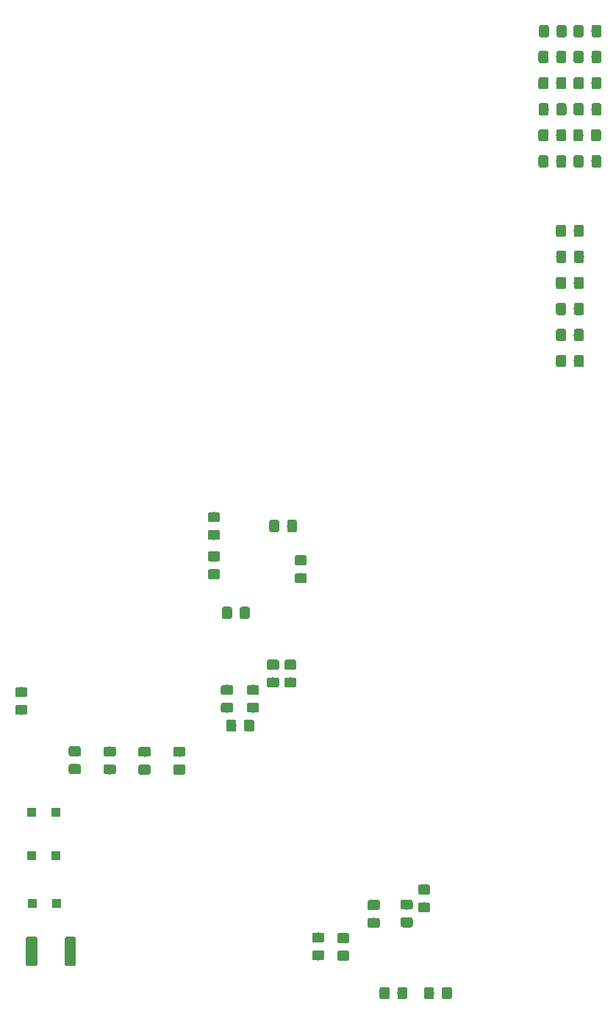
<source format=gbr>
G04 #@! TF.GenerationSoftware,KiCad,Pcbnew,(5.1.2-1)-1*
G04 #@! TF.CreationDate,2020-01-30T23:37:22-08:00*
G04 #@! TF.ProjectId,complete testboard,636f6d70-6c65-4746-9520-74657374626f,1.0*
G04 #@! TF.SameCoordinates,Original*
G04 #@! TF.FileFunction,Paste,Bot*
G04 #@! TF.FilePolarity,Positive*
%FSLAX46Y46*%
G04 Gerber Fmt 4.6, Leading zero omitted, Abs format (unit mm)*
G04 Created by KiCad (PCBNEW (5.1.2-1)-1) date 2020-01-30 23:37:22*
%MOMM*%
%LPD*%
G04 APERTURE LIST*
%ADD10C,0.100000*%
%ADD11C,1.150000*%
%ADD12C,1.300000*%
%ADD13R,1.100000X1.100000*%
G04 APERTURE END LIST*
D10*
G36*
X69174505Y-187101204D02*
G01*
X69198773Y-187104804D01*
X69222572Y-187110765D01*
X69245671Y-187119030D01*
X69267850Y-187129520D01*
X69288893Y-187142132D01*
X69308599Y-187156747D01*
X69326777Y-187173223D01*
X69343253Y-187191401D01*
X69357868Y-187211107D01*
X69370480Y-187232150D01*
X69380970Y-187254329D01*
X69389235Y-187277428D01*
X69395196Y-187301227D01*
X69398796Y-187325495D01*
X69400000Y-187349999D01*
X69400000Y-188250001D01*
X69398796Y-188274505D01*
X69395196Y-188298773D01*
X69389235Y-188322572D01*
X69380970Y-188345671D01*
X69370480Y-188367850D01*
X69357868Y-188388893D01*
X69343253Y-188408599D01*
X69326777Y-188426777D01*
X69308599Y-188443253D01*
X69288893Y-188457868D01*
X69267850Y-188470480D01*
X69245671Y-188480970D01*
X69222572Y-188489235D01*
X69198773Y-188495196D01*
X69174505Y-188498796D01*
X69150001Y-188500000D01*
X68499999Y-188500000D01*
X68475495Y-188498796D01*
X68451227Y-188495196D01*
X68427428Y-188489235D01*
X68404329Y-188480970D01*
X68382150Y-188470480D01*
X68361107Y-188457868D01*
X68341401Y-188443253D01*
X68323223Y-188426777D01*
X68306747Y-188408599D01*
X68292132Y-188388893D01*
X68279520Y-188367850D01*
X68269030Y-188345671D01*
X68260765Y-188322572D01*
X68254804Y-188298773D01*
X68251204Y-188274505D01*
X68250000Y-188250001D01*
X68250000Y-187349999D01*
X68251204Y-187325495D01*
X68254804Y-187301227D01*
X68260765Y-187277428D01*
X68269030Y-187254329D01*
X68279520Y-187232150D01*
X68292132Y-187211107D01*
X68306747Y-187191401D01*
X68323223Y-187173223D01*
X68341401Y-187156747D01*
X68361107Y-187142132D01*
X68382150Y-187129520D01*
X68404329Y-187119030D01*
X68427428Y-187110765D01*
X68451227Y-187104804D01*
X68475495Y-187101204D01*
X68499999Y-187100000D01*
X69150001Y-187100000D01*
X69174505Y-187101204D01*
X69174505Y-187101204D01*
G37*
D11*
X68825000Y-187800000D03*
D10*
G36*
X67124505Y-187101204D02*
G01*
X67148773Y-187104804D01*
X67172572Y-187110765D01*
X67195671Y-187119030D01*
X67217850Y-187129520D01*
X67238893Y-187142132D01*
X67258599Y-187156747D01*
X67276777Y-187173223D01*
X67293253Y-187191401D01*
X67307868Y-187211107D01*
X67320480Y-187232150D01*
X67330970Y-187254329D01*
X67339235Y-187277428D01*
X67345196Y-187301227D01*
X67348796Y-187325495D01*
X67350000Y-187349999D01*
X67350000Y-188250001D01*
X67348796Y-188274505D01*
X67345196Y-188298773D01*
X67339235Y-188322572D01*
X67330970Y-188345671D01*
X67320480Y-188367850D01*
X67307868Y-188388893D01*
X67293253Y-188408599D01*
X67276777Y-188426777D01*
X67258599Y-188443253D01*
X67238893Y-188457868D01*
X67217850Y-188470480D01*
X67195671Y-188480970D01*
X67172572Y-188489235D01*
X67148773Y-188495196D01*
X67124505Y-188498796D01*
X67100001Y-188500000D01*
X66449999Y-188500000D01*
X66425495Y-188498796D01*
X66401227Y-188495196D01*
X66377428Y-188489235D01*
X66354329Y-188480970D01*
X66332150Y-188470480D01*
X66311107Y-188457868D01*
X66291401Y-188443253D01*
X66273223Y-188426777D01*
X66256747Y-188408599D01*
X66242132Y-188388893D01*
X66229520Y-188367850D01*
X66219030Y-188345671D01*
X66210765Y-188322572D01*
X66204804Y-188298773D01*
X66201204Y-188274505D01*
X66200000Y-188250001D01*
X66200000Y-187349999D01*
X66201204Y-187325495D01*
X66204804Y-187301227D01*
X66210765Y-187277428D01*
X66219030Y-187254329D01*
X66229520Y-187232150D01*
X66242132Y-187211107D01*
X66256747Y-187191401D01*
X66273223Y-187173223D01*
X66291401Y-187156747D01*
X66311107Y-187142132D01*
X66332150Y-187129520D01*
X66354329Y-187119030D01*
X66377428Y-187110765D01*
X66401227Y-187104804D01*
X66425495Y-187101204D01*
X66449999Y-187100000D01*
X67100001Y-187100000D01*
X67124505Y-187101204D01*
X67124505Y-187101204D01*
G37*
D11*
X66775000Y-187800000D03*
D10*
G36*
X61999505Y-187101204D02*
G01*
X62023773Y-187104804D01*
X62047572Y-187110765D01*
X62070671Y-187119030D01*
X62092850Y-187129520D01*
X62113893Y-187142132D01*
X62133599Y-187156747D01*
X62151777Y-187173223D01*
X62168253Y-187191401D01*
X62182868Y-187211107D01*
X62195480Y-187232150D01*
X62205970Y-187254329D01*
X62214235Y-187277428D01*
X62220196Y-187301227D01*
X62223796Y-187325495D01*
X62225000Y-187349999D01*
X62225000Y-188250001D01*
X62223796Y-188274505D01*
X62220196Y-188298773D01*
X62214235Y-188322572D01*
X62205970Y-188345671D01*
X62195480Y-188367850D01*
X62182868Y-188388893D01*
X62168253Y-188408599D01*
X62151777Y-188426777D01*
X62133599Y-188443253D01*
X62113893Y-188457868D01*
X62092850Y-188470480D01*
X62070671Y-188480970D01*
X62047572Y-188489235D01*
X62023773Y-188495196D01*
X61999505Y-188498796D01*
X61975001Y-188500000D01*
X61324999Y-188500000D01*
X61300495Y-188498796D01*
X61276227Y-188495196D01*
X61252428Y-188489235D01*
X61229329Y-188480970D01*
X61207150Y-188470480D01*
X61186107Y-188457868D01*
X61166401Y-188443253D01*
X61148223Y-188426777D01*
X61131747Y-188408599D01*
X61117132Y-188388893D01*
X61104520Y-188367850D01*
X61094030Y-188345671D01*
X61085765Y-188322572D01*
X61079804Y-188298773D01*
X61076204Y-188274505D01*
X61075000Y-188250001D01*
X61075000Y-187349999D01*
X61076204Y-187325495D01*
X61079804Y-187301227D01*
X61085765Y-187277428D01*
X61094030Y-187254329D01*
X61104520Y-187232150D01*
X61117132Y-187211107D01*
X61131747Y-187191401D01*
X61148223Y-187173223D01*
X61166401Y-187156747D01*
X61186107Y-187142132D01*
X61207150Y-187129520D01*
X61229329Y-187119030D01*
X61252428Y-187110765D01*
X61276227Y-187104804D01*
X61300495Y-187101204D01*
X61324999Y-187100000D01*
X61975001Y-187100000D01*
X61999505Y-187101204D01*
X61999505Y-187101204D01*
G37*
D11*
X61650000Y-187800000D03*
D10*
G36*
X64049505Y-187101204D02*
G01*
X64073773Y-187104804D01*
X64097572Y-187110765D01*
X64120671Y-187119030D01*
X64142850Y-187129520D01*
X64163893Y-187142132D01*
X64183599Y-187156747D01*
X64201777Y-187173223D01*
X64218253Y-187191401D01*
X64232868Y-187211107D01*
X64245480Y-187232150D01*
X64255970Y-187254329D01*
X64264235Y-187277428D01*
X64270196Y-187301227D01*
X64273796Y-187325495D01*
X64275000Y-187349999D01*
X64275000Y-188250001D01*
X64273796Y-188274505D01*
X64270196Y-188298773D01*
X64264235Y-188322572D01*
X64255970Y-188345671D01*
X64245480Y-188367850D01*
X64232868Y-188388893D01*
X64218253Y-188408599D01*
X64201777Y-188426777D01*
X64183599Y-188443253D01*
X64163893Y-188457868D01*
X64142850Y-188470480D01*
X64120671Y-188480970D01*
X64097572Y-188489235D01*
X64073773Y-188495196D01*
X64049505Y-188498796D01*
X64025001Y-188500000D01*
X63374999Y-188500000D01*
X63350495Y-188498796D01*
X63326227Y-188495196D01*
X63302428Y-188489235D01*
X63279329Y-188480970D01*
X63257150Y-188470480D01*
X63236107Y-188457868D01*
X63216401Y-188443253D01*
X63198223Y-188426777D01*
X63181747Y-188408599D01*
X63167132Y-188388893D01*
X63154520Y-188367850D01*
X63144030Y-188345671D01*
X63135765Y-188322572D01*
X63129804Y-188298773D01*
X63126204Y-188274505D01*
X63125000Y-188250001D01*
X63125000Y-187349999D01*
X63126204Y-187325495D01*
X63129804Y-187301227D01*
X63135765Y-187277428D01*
X63144030Y-187254329D01*
X63154520Y-187232150D01*
X63167132Y-187211107D01*
X63181747Y-187191401D01*
X63198223Y-187173223D01*
X63216401Y-187156747D01*
X63236107Y-187142132D01*
X63257150Y-187129520D01*
X63279329Y-187119030D01*
X63302428Y-187110765D01*
X63326227Y-187104804D01*
X63350495Y-187101204D01*
X63374999Y-187100000D01*
X64025001Y-187100000D01*
X64049505Y-187101204D01*
X64049505Y-187101204D01*
G37*
D11*
X63700000Y-187800000D03*
D10*
G36*
X54474505Y-180826204D02*
G01*
X54498773Y-180829804D01*
X54522572Y-180835765D01*
X54545671Y-180844030D01*
X54567850Y-180854520D01*
X54588893Y-180867132D01*
X54608599Y-180881747D01*
X54626777Y-180898223D01*
X54643253Y-180916401D01*
X54657868Y-180936107D01*
X54670480Y-180957150D01*
X54680970Y-180979329D01*
X54689235Y-181002428D01*
X54695196Y-181026227D01*
X54698796Y-181050495D01*
X54700000Y-181074999D01*
X54700000Y-181725001D01*
X54698796Y-181749505D01*
X54695196Y-181773773D01*
X54689235Y-181797572D01*
X54680970Y-181820671D01*
X54670480Y-181842850D01*
X54657868Y-181863893D01*
X54643253Y-181883599D01*
X54626777Y-181901777D01*
X54608599Y-181918253D01*
X54588893Y-181932868D01*
X54567850Y-181945480D01*
X54545671Y-181955970D01*
X54522572Y-181964235D01*
X54498773Y-181970196D01*
X54474505Y-181973796D01*
X54450001Y-181975000D01*
X53549999Y-181975000D01*
X53525495Y-181973796D01*
X53501227Y-181970196D01*
X53477428Y-181964235D01*
X53454329Y-181955970D01*
X53432150Y-181945480D01*
X53411107Y-181932868D01*
X53391401Y-181918253D01*
X53373223Y-181901777D01*
X53356747Y-181883599D01*
X53342132Y-181863893D01*
X53329520Y-181842850D01*
X53319030Y-181820671D01*
X53310765Y-181797572D01*
X53304804Y-181773773D01*
X53301204Y-181749505D01*
X53300000Y-181725001D01*
X53300000Y-181074999D01*
X53301204Y-181050495D01*
X53304804Y-181026227D01*
X53310765Y-181002428D01*
X53319030Y-180979329D01*
X53329520Y-180957150D01*
X53342132Y-180936107D01*
X53356747Y-180916401D01*
X53373223Y-180898223D01*
X53391401Y-180881747D01*
X53411107Y-180867132D01*
X53432150Y-180854520D01*
X53454329Y-180844030D01*
X53477428Y-180835765D01*
X53501227Y-180829804D01*
X53525495Y-180826204D01*
X53549999Y-180825000D01*
X54450001Y-180825000D01*
X54474505Y-180826204D01*
X54474505Y-180826204D01*
G37*
D11*
X54000000Y-181400000D03*
D10*
G36*
X54474505Y-182876204D02*
G01*
X54498773Y-182879804D01*
X54522572Y-182885765D01*
X54545671Y-182894030D01*
X54567850Y-182904520D01*
X54588893Y-182917132D01*
X54608599Y-182931747D01*
X54626777Y-182948223D01*
X54643253Y-182966401D01*
X54657868Y-182986107D01*
X54670480Y-183007150D01*
X54680970Y-183029329D01*
X54689235Y-183052428D01*
X54695196Y-183076227D01*
X54698796Y-183100495D01*
X54700000Y-183124999D01*
X54700000Y-183775001D01*
X54698796Y-183799505D01*
X54695196Y-183823773D01*
X54689235Y-183847572D01*
X54680970Y-183870671D01*
X54670480Y-183892850D01*
X54657868Y-183913893D01*
X54643253Y-183933599D01*
X54626777Y-183951777D01*
X54608599Y-183968253D01*
X54588893Y-183982868D01*
X54567850Y-183995480D01*
X54545671Y-184005970D01*
X54522572Y-184014235D01*
X54498773Y-184020196D01*
X54474505Y-184023796D01*
X54450001Y-184025000D01*
X53549999Y-184025000D01*
X53525495Y-184023796D01*
X53501227Y-184020196D01*
X53477428Y-184014235D01*
X53454329Y-184005970D01*
X53432150Y-183995480D01*
X53411107Y-183982868D01*
X53391401Y-183968253D01*
X53373223Y-183951777D01*
X53356747Y-183933599D01*
X53342132Y-183913893D01*
X53329520Y-183892850D01*
X53319030Y-183870671D01*
X53310765Y-183847572D01*
X53304804Y-183823773D01*
X53301204Y-183799505D01*
X53300000Y-183775001D01*
X53300000Y-183124999D01*
X53301204Y-183100495D01*
X53304804Y-183076227D01*
X53310765Y-183052428D01*
X53319030Y-183029329D01*
X53329520Y-183007150D01*
X53342132Y-182986107D01*
X53356747Y-182966401D01*
X53373223Y-182948223D01*
X53391401Y-182931747D01*
X53411107Y-182917132D01*
X53432150Y-182904520D01*
X53454329Y-182894030D01*
X53477428Y-182885765D01*
X53501227Y-182879804D01*
X53525495Y-182876204D01*
X53549999Y-182875000D01*
X54450001Y-182875000D01*
X54474505Y-182876204D01*
X54474505Y-182876204D01*
G37*
D11*
X54000000Y-183450000D03*
D10*
G36*
X57374505Y-182926204D02*
G01*
X57398773Y-182929804D01*
X57422572Y-182935765D01*
X57445671Y-182944030D01*
X57467850Y-182954520D01*
X57488893Y-182967132D01*
X57508599Y-182981747D01*
X57526777Y-182998223D01*
X57543253Y-183016401D01*
X57557868Y-183036107D01*
X57570480Y-183057150D01*
X57580970Y-183079329D01*
X57589235Y-183102428D01*
X57595196Y-183126227D01*
X57598796Y-183150495D01*
X57600000Y-183174999D01*
X57600000Y-183825001D01*
X57598796Y-183849505D01*
X57595196Y-183873773D01*
X57589235Y-183897572D01*
X57580970Y-183920671D01*
X57570480Y-183942850D01*
X57557868Y-183963893D01*
X57543253Y-183983599D01*
X57526777Y-184001777D01*
X57508599Y-184018253D01*
X57488893Y-184032868D01*
X57467850Y-184045480D01*
X57445671Y-184055970D01*
X57422572Y-184064235D01*
X57398773Y-184070196D01*
X57374505Y-184073796D01*
X57350001Y-184075000D01*
X56449999Y-184075000D01*
X56425495Y-184073796D01*
X56401227Y-184070196D01*
X56377428Y-184064235D01*
X56354329Y-184055970D01*
X56332150Y-184045480D01*
X56311107Y-184032868D01*
X56291401Y-184018253D01*
X56273223Y-184001777D01*
X56256747Y-183983599D01*
X56242132Y-183963893D01*
X56229520Y-183942850D01*
X56219030Y-183920671D01*
X56210765Y-183897572D01*
X56204804Y-183873773D01*
X56201204Y-183849505D01*
X56200000Y-183825001D01*
X56200000Y-183174999D01*
X56201204Y-183150495D01*
X56204804Y-183126227D01*
X56210765Y-183102428D01*
X56219030Y-183079329D01*
X56229520Y-183057150D01*
X56242132Y-183036107D01*
X56256747Y-183016401D01*
X56273223Y-182998223D01*
X56291401Y-182981747D01*
X56311107Y-182967132D01*
X56332150Y-182954520D01*
X56354329Y-182944030D01*
X56377428Y-182935765D01*
X56401227Y-182929804D01*
X56425495Y-182926204D01*
X56449999Y-182925000D01*
X57350001Y-182925000D01*
X57374505Y-182926204D01*
X57374505Y-182926204D01*
G37*
D11*
X56900000Y-183500000D03*
D10*
G36*
X57374505Y-180876204D02*
G01*
X57398773Y-180879804D01*
X57422572Y-180885765D01*
X57445671Y-180894030D01*
X57467850Y-180904520D01*
X57488893Y-180917132D01*
X57508599Y-180931747D01*
X57526777Y-180948223D01*
X57543253Y-180966401D01*
X57557868Y-180986107D01*
X57570480Y-181007150D01*
X57580970Y-181029329D01*
X57589235Y-181052428D01*
X57595196Y-181076227D01*
X57598796Y-181100495D01*
X57600000Y-181124999D01*
X57600000Y-181775001D01*
X57598796Y-181799505D01*
X57595196Y-181823773D01*
X57589235Y-181847572D01*
X57580970Y-181870671D01*
X57570480Y-181892850D01*
X57557868Y-181913893D01*
X57543253Y-181933599D01*
X57526777Y-181951777D01*
X57508599Y-181968253D01*
X57488893Y-181982868D01*
X57467850Y-181995480D01*
X57445671Y-182005970D01*
X57422572Y-182014235D01*
X57398773Y-182020196D01*
X57374505Y-182023796D01*
X57350001Y-182025000D01*
X56449999Y-182025000D01*
X56425495Y-182023796D01*
X56401227Y-182020196D01*
X56377428Y-182014235D01*
X56354329Y-182005970D01*
X56332150Y-181995480D01*
X56311107Y-181982868D01*
X56291401Y-181968253D01*
X56273223Y-181951777D01*
X56256747Y-181933599D01*
X56242132Y-181913893D01*
X56229520Y-181892850D01*
X56219030Y-181870671D01*
X56210765Y-181847572D01*
X56204804Y-181823773D01*
X56201204Y-181799505D01*
X56200000Y-181775001D01*
X56200000Y-181124999D01*
X56201204Y-181100495D01*
X56204804Y-181076227D01*
X56210765Y-181052428D01*
X56219030Y-181029329D01*
X56229520Y-181007150D01*
X56242132Y-180986107D01*
X56256747Y-180966401D01*
X56273223Y-180948223D01*
X56291401Y-180931747D01*
X56311107Y-180917132D01*
X56332150Y-180904520D01*
X56354329Y-180894030D01*
X56377428Y-180885765D01*
X56401227Y-180879804D01*
X56425495Y-180876204D01*
X56449999Y-180875000D01*
X57350001Y-180875000D01*
X57374505Y-180876204D01*
X57374505Y-180876204D01*
G37*
D11*
X56900000Y-181450000D03*
D10*
G36*
X64674505Y-179076204D02*
G01*
X64698773Y-179079804D01*
X64722572Y-179085765D01*
X64745671Y-179094030D01*
X64767850Y-179104520D01*
X64788893Y-179117132D01*
X64808599Y-179131747D01*
X64826777Y-179148223D01*
X64843253Y-179166401D01*
X64857868Y-179186107D01*
X64870480Y-179207150D01*
X64880970Y-179229329D01*
X64889235Y-179252428D01*
X64895196Y-179276227D01*
X64898796Y-179300495D01*
X64900000Y-179324999D01*
X64900000Y-179975001D01*
X64898796Y-179999505D01*
X64895196Y-180023773D01*
X64889235Y-180047572D01*
X64880970Y-180070671D01*
X64870480Y-180092850D01*
X64857868Y-180113893D01*
X64843253Y-180133599D01*
X64826777Y-180151777D01*
X64808599Y-180168253D01*
X64788893Y-180182868D01*
X64767850Y-180195480D01*
X64745671Y-180205970D01*
X64722572Y-180214235D01*
X64698773Y-180220196D01*
X64674505Y-180223796D01*
X64650001Y-180225000D01*
X63749999Y-180225000D01*
X63725495Y-180223796D01*
X63701227Y-180220196D01*
X63677428Y-180214235D01*
X63654329Y-180205970D01*
X63632150Y-180195480D01*
X63611107Y-180182868D01*
X63591401Y-180168253D01*
X63573223Y-180151777D01*
X63556747Y-180133599D01*
X63542132Y-180113893D01*
X63529520Y-180092850D01*
X63519030Y-180070671D01*
X63510765Y-180047572D01*
X63504804Y-180023773D01*
X63501204Y-179999505D01*
X63500000Y-179975001D01*
X63500000Y-179324999D01*
X63501204Y-179300495D01*
X63504804Y-179276227D01*
X63510765Y-179252428D01*
X63519030Y-179229329D01*
X63529520Y-179207150D01*
X63542132Y-179186107D01*
X63556747Y-179166401D01*
X63573223Y-179148223D01*
X63591401Y-179131747D01*
X63611107Y-179117132D01*
X63632150Y-179104520D01*
X63654329Y-179094030D01*
X63677428Y-179085765D01*
X63701227Y-179079804D01*
X63725495Y-179076204D01*
X63749999Y-179075000D01*
X64650001Y-179075000D01*
X64674505Y-179076204D01*
X64674505Y-179076204D01*
G37*
D11*
X64200000Y-179650000D03*
D10*
G36*
X64674505Y-177026204D02*
G01*
X64698773Y-177029804D01*
X64722572Y-177035765D01*
X64745671Y-177044030D01*
X64767850Y-177054520D01*
X64788893Y-177067132D01*
X64808599Y-177081747D01*
X64826777Y-177098223D01*
X64843253Y-177116401D01*
X64857868Y-177136107D01*
X64870480Y-177157150D01*
X64880970Y-177179329D01*
X64889235Y-177202428D01*
X64895196Y-177226227D01*
X64898796Y-177250495D01*
X64900000Y-177274999D01*
X64900000Y-177925001D01*
X64898796Y-177949505D01*
X64895196Y-177973773D01*
X64889235Y-177997572D01*
X64880970Y-178020671D01*
X64870480Y-178042850D01*
X64857868Y-178063893D01*
X64843253Y-178083599D01*
X64826777Y-178101777D01*
X64808599Y-178118253D01*
X64788893Y-178132868D01*
X64767850Y-178145480D01*
X64745671Y-178155970D01*
X64722572Y-178164235D01*
X64698773Y-178170196D01*
X64674505Y-178173796D01*
X64650001Y-178175000D01*
X63749999Y-178175000D01*
X63725495Y-178173796D01*
X63701227Y-178170196D01*
X63677428Y-178164235D01*
X63654329Y-178155970D01*
X63632150Y-178145480D01*
X63611107Y-178132868D01*
X63591401Y-178118253D01*
X63573223Y-178101777D01*
X63556747Y-178083599D01*
X63542132Y-178063893D01*
X63529520Y-178042850D01*
X63519030Y-178020671D01*
X63510765Y-177997572D01*
X63504804Y-177973773D01*
X63501204Y-177949505D01*
X63500000Y-177925001D01*
X63500000Y-177274999D01*
X63501204Y-177250495D01*
X63504804Y-177226227D01*
X63510765Y-177202428D01*
X63519030Y-177179329D01*
X63529520Y-177157150D01*
X63542132Y-177136107D01*
X63556747Y-177116401D01*
X63573223Y-177098223D01*
X63591401Y-177081747D01*
X63611107Y-177067132D01*
X63632150Y-177054520D01*
X63654329Y-177044030D01*
X63677428Y-177035765D01*
X63701227Y-177029804D01*
X63725495Y-177026204D01*
X63749999Y-177025000D01*
X64650001Y-177025000D01*
X64674505Y-177026204D01*
X64674505Y-177026204D01*
G37*
D11*
X64200000Y-177600000D03*
D10*
G36*
X66674505Y-175301204D02*
G01*
X66698773Y-175304804D01*
X66722572Y-175310765D01*
X66745671Y-175319030D01*
X66767850Y-175329520D01*
X66788893Y-175342132D01*
X66808599Y-175356747D01*
X66826777Y-175373223D01*
X66843253Y-175391401D01*
X66857868Y-175411107D01*
X66870480Y-175432150D01*
X66880970Y-175454329D01*
X66889235Y-175477428D01*
X66895196Y-175501227D01*
X66898796Y-175525495D01*
X66900000Y-175549999D01*
X66900000Y-176200001D01*
X66898796Y-176224505D01*
X66895196Y-176248773D01*
X66889235Y-176272572D01*
X66880970Y-176295671D01*
X66870480Y-176317850D01*
X66857868Y-176338893D01*
X66843253Y-176358599D01*
X66826777Y-176376777D01*
X66808599Y-176393253D01*
X66788893Y-176407868D01*
X66767850Y-176420480D01*
X66745671Y-176430970D01*
X66722572Y-176439235D01*
X66698773Y-176445196D01*
X66674505Y-176448796D01*
X66650001Y-176450000D01*
X65749999Y-176450000D01*
X65725495Y-176448796D01*
X65701227Y-176445196D01*
X65677428Y-176439235D01*
X65654329Y-176430970D01*
X65632150Y-176420480D01*
X65611107Y-176407868D01*
X65591401Y-176393253D01*
X65573223Y-176376777D01*
X65556747Y-176358599D01*
X65542132Y-176338893D01*
X65529520Y-176317850D01*
X65519030Y-176295671D01*
X65510765Y-176272572D01*
X65504804Y-176248773D01*
X65501204Y-176224505D01*
X65500000Y-176200001D01*
X65500000Y-175549999D01*
X65501204Y-175525495D01*
X65504804Y-175501227D01*
X65510765Y-175477428D01*
X65519030Y-175454329D01*
X65529520Y-175432150D01*
X65542132Y-175411107D01*
X65556747Y-175391401D01*
X65573223Y-175373223D01*
X65591401Y-175356747D01*
X65611107Y-175342132D01*
X65632150Y-175329520D01*
X65654329Y-175319030D01*
X65677428Y-175310765D01*
X65701227Y-175304804D01*
X65725495Y-175301204D01*
X65749999Y-175300000D01*
X66650001Y-175300000D01*
X66674505Y-175301204D01*
X66674505Y-175301204D01*
G37*
D11*
X66200000Y-175875000D03*
D10*
G36*
X66674505Y-177351204D02*
G01*
X66698773Y-177354804D01*
X66722572Y-177360765D01*
X66745671Y-177369030D01*
X66767850Y-177379520D01*
X66788893Y-177392132D01*
X66808599Y-177406747D01*
X66826777Y-177423223D01*
X66843253Y-177441401D01*
X66857868Y-177461107D01*
X66870480Y-177482150D01*
X66880970Y-177504329D01*
X66889235Y-177527428D01*
X66895196Y-177551227D01*
X66898796Y-177575495D01*
X66900000Y-177599999D01*
X66900000Y-178250001D01*
X66898796Y-178274505D01*
X66895196Y-178298773D01*
X66889235Y-178322572D01*
X66880970Y-178345671D01*
X66870480Y-178367850D01*
X66857868Y-178388893D01*
X66843253Y-178408599D01*
X66826777Y-178426777D01*
X66808599Y-178443253D01*
X66788893Y-178457868D01*
X66767850Y-178470480D01*
X66745671Y-178480970D01*
X66722572Y-178489235D01*
X66698773Y-178495196D01*
X66674505Y-178498796D01*
X66650001Y-178500000D01*
X65749999Y-178500000D01*
X65725495Y-178498796D01*
X65701227Y-178495196D01*
X65677428Y-178489235D01*
X65654329Y-178480970D01*
X65632150Y-178470480D01*
X65611107Y-178457868D01*
X65591401Y-178443253D01*
X65573223Y-178426777D01*
X65556747Y-178408599D01*
X65542132Y-178388893D01*
X65529520Y-178367850D01*
X65519030Y-178345671D01*
X65510765Y-178322572D01*
X65504804Y-178298773D01*
X65501204Y-178274505D01*
X65500000Y-178250001D01*
X65500000Y-177599999D01*
X65501204Y-177575495D01*
X65504804Y-177551227D01*
X65510765Y-177527428D01*
X65519030Y-177504329D01*
X65529520Y-177482150D01*
X65542132Y-177461107D01*
X65556747Y-177441401D01*
X65573223Y-177423223D01*
X65591401Y-177406747D01*
X65611107Y-177392132D01*
X65632150Y-177379520D01*
X65654329Y-177369030D01*
X65677428Y-177360765D01*
X65701227Y-177354804D01*
X65725495Y-177351204D01*
X65749999Y-177350000D01*
X66650001Y-177350000D01*
X66674505Y-177351204D01*
X66674505Y-177351204D01*
G37*
D11*
X66200000Y-177925000D03*
D10*
G36*
X60874505Y-179126204D02*
G01*
X60898773Y-179129804D01*
X60922572Y-179135765D01*
X60945671Y-179144030D01*
X60967850Y-179154520D01*
X60988893Y-179167132D01*
X61008599Y-179181747D01*
X61026777Y-179198223D01*
X61043253Y-179216401D01*
X61057868Y-179236107D01*
X61070480Y-179257150D01*
X61080970Y-179279329D01*
X61089235Y-179302428D01*
X61095196Y-179326227D01*
X61098796Y-179350495D01*
X61100000Y-179374999D01*
X61100000Y-180025001D01*
X61098796Y-180049505D01*
X61095196Y-180073773D01*
X61089235Y-180097572D01*
X61080970Y-180120671D01*
X61070480Y-180142850D01*
X61057868Y-180163893D01*
X61043253Y-180183599D01*
X61026777Y-180201777D01*
X61008599Y-180218253D01*
X60988893Y-180232868D01*
X60967850Y-180245480D01*
X60945671Y-180255970D01*
X60922572Y-180264235D01*
X60898773Y-180270196D01*
X60874505Y-180273796D01*
X60850001Y-180275000D01*
X59949999Y-180275000D01*
X59925495Y-180273796D01*
X59901227Y-180270196D01*
X59877428Y-180264235D01*
X59854329Y-180255970D01*
X59832150Y-180245480D01*
X59811107Y-180232868D01*
X59791401Y-180218253D01*
X59773223Y-180201777D01*
X59756747Y-180183599D01*
X59742132Y-180163893D01*
X59729520Y-180142850D01*
X59719030Y-180120671D01*
X59710765Y-180097572D01*
X59704804Y-180073773D01*
X59701204Y-180049505D01*
X59700000Y-180025001D01*
X59700000Y-179374999D01*
X59701204Y-179350495D01*
X59704804Y-179326227D01*
X59710765Y-179302428D01*
X59719030Y-179279329D01*
X59729520Y-179257150D01*
X59742132Y-179236107D01*
X59756747Y-179216401D01*
X59773223Y-179198223D01*
X59791401Y-179181747D01*
X59811107Y-179167132D01*
X59832150Y-179154520D01*
X59854329Y-179144030D01*
X59877428Y-179135765D01*
X59901227Y-179129804D01*
X59925495Y-179126204D01*
X59949999Y-179125000D01*
X60850001Y-179125000D01*
X60874505Y-179126204D01*
X60874505Y-179126204D01*
G37*
D11*
X60400000Y-179700000D03*
D10*
G36*
X60874505Y-177076204D02*
G01*
X60898773Y-177079804D01*
X60922572Y-177085765D01*
X60945671Y-177094030D01*
X60967850Y-177104520D01*
X60988893Y-177117132D01*
X61008599Y-177131747D01*
X61026777Y-177148223D01*
X61043253Y-177166401D01*
X61057868Y-177186107D01*
X61070480Y-177207150D01*
X61080970Y-177229329D01*
X61089235Y-177252428D01*
X61095196Y-177276227D01*
X61098796Y-177300495D01*
X61100000Y-177324999D01*
X61100000Y-177975001D01*
X61098796Y-177999505D01*
X61095196Y-178023773D01*
X61089235Y-178047572D01*
X61080970Y-178070671D01*
X61070480Y-178092850D01*
X61057868Y-178113893D01*
X61043253Y-178133599D01*
X61026777Y-178151777D01*
X61008599Y-178168253D01*
X60988893Y-178182868D01*
X60967850Y-178195480D01*
X60945671Y-178205970D01*
X60922572Y-178214235D01*
X60898773Y-178220196D01*
X60874505Y-178223796D01*
X60850001Y-178225000D01*
X59949999Y-178225000D01*
X59925495Y-178223796D01*
X59901227Y-178220196D01*
X59877428Y-178214235D01*
X59854329Y-178205970D01*
X59832150Y-178195480D01*
X59811107Y-178182868D01*
X59791401Y-178168253D01*
X59773223Y-178151777D01*
X59756747Y-178133599D01*
X59742132Y-178113893D01*
X59729520Y-178092850D01*
X59719030Y-178070671D01*
X59710765Y-178047572D01*
X59704804Y-178023773D01*
X59701204Y-177999505D01*
X59700000Y-177975001D01*
X59700000Y-177324999D01*
X59701204Y-177300495D01*
X59704804Y-177276227D01*
X59710765Y-177252428D01*
X59719030Y-177229329D01*
X59729520Y-177207150D01*
X59742132Y-177186107D01*
X59756747Y-177166401D01*
X59773223Y-177148223D01*
X59791401Y-177131747D01*
X59811107Y-177117132D01*
X59832150Y-177104520D01*
X59854329Y-177094030D01*
X59877428Y-177085765D01*
X59901227Y-177079804D01*
X59925495Y-177076204D01*
X59949999Y-177075000D01*
X60850001Y-177075000D01*
X60874505Y-177076204D01*
X60874505Y-177076204D01*
G37*
D11*
X60400000Y-177650000D03*
D10*
G36*
X82399505Y-76301204D02*
G01*
X82423773Y-76304804D01*
X82447572Y-76310765D01*
X82470671Y-76319030D01*
X82492850Y-76329520D01*
X82513893Y-76342132D01*
X82533599Y-76356747D01*
X82551777Y-76373223D01*
X82568253Y-76391401D01*
X82582868Y-76411107D01*
X82595480Y-76432150D01*
X82605970Y-76454329D01*
X82614235Y-76477428D01*
X82620196Y-76501227D01*
X82623796Y-76525495D01*
X82625000Y-76549999D01*
X82625000Y-77450001D01*
X82623796Y-77474505D01*
X82620196Y-77498773D01*
X82614235Y-77522572D01*
X82605970Y-77545671D01*
X82595480Y-77567850D01*
X82582868Y-77588893D01*
X82568253Y-77608599D01*
X82551777Y-77626777D01*
X82533599Y-77643253D01*
X82513893Y-77657868D01*
X82492850Y-77670480D01*
X82470671Y-77680970D01*
X82447572Y-77689235D01*
X82423773Y-77695196D01*
X82399505Y-77698796D01*
X82375001Y-77700000D01*
X81724999Y-77700000D01*
X81700495Y-77698796D01*
X81676227Y-77695196D01*
X81652428Y-77689235D01*
X81629329Y-77680970D01*
X81607150Y-77670480D01*
X81586107Y-77657868D01*
X81566401Y-77643253D01*
X81548223Y-77626777D01*
X81531747Y-77608599D01*
X81517132Y-77588893D01*
X81504520Y-77567850D01*
X81494030Y-77545671D01*
X81485765Y-77522572D01*
X81479804Y-77498773D01*
X81476204Y-77474505D01*
X81475000Y-77450001D01*
X81475000Y-76549999D01*
X81476204Y-76525495D01*
X81479804Y-76501227D01*
X81485765Y-76477428D01*
X81494030Y-76454329D01*
X81504520Y-76432150D01*
X81517132Y-76411107D01*
X81531747Y-76391401D01*
X81548223Y-76373223D01*
X81566401Y-76356747D01*
X81586107Y-76342132D01*
X81607150Y-76329520D01*
X81629329Y-76319030D01*
X81652428Y-76310765D01*
X81676227Y-76304804D01*
X81700495Y-76301204D01*
X81724999Y-76300000D01*
X82375001Y-76300000D01*
X82399505Y-76301204D01*
X82399505Y-76301204D01*
G37*
D11*
X82050000Y-77000000D03*
D10*
G36*
X80349505Y-76301204D02*
G01*
X80373773Y-76304804D01*
X80397572Y-76310765D01*
X80420671Y-76319030D01*
X80442850Y-76329520D01*
X80463893Y-76342132D01*
X80483599Y-76356747D01*
X80501777Y-76373223D01*
X80518253Y-76391401D01*
X80532868Y-76411107D01*
X80545480Y-76432150D01*
X80555970Y-76454329D01*
X80564235Y-76477428D01*
X80570196Y-76501227D01*
X80573796Y-76525495D01*
X80575000Y-76549999D01*
X80575000Y-77450001D01*
X80573796Y-77474505D01*
X80570196Y-77498773D01*
X80564235Y-77522572D01*
X80555970Y-77545671D01*
X80545480Y-77567850D01*
X80532868Y-77588893D01*
X80518253Y-77608599D01*
X80501777Y-77626777D01*
X80483599Y-77643253D01*
X80463893Y-77657868D01*
X80442850Y-77670480D01*
X80420671Y-77680970D01*
X80397572Y-77689235D01*
X80373773Y-77695196D01*
X80349505Y-77698796D01*
X80325001Y-77700000D01*
X79674999Y-77700000D01*
X79650495Y-77698796D01*
X79626227Y-77695196D01*
X79602428Y-77689235D01*
X79579329Y-77680970D01*
X79557150Y-77670480D01*
X79536107Y-77657868D01*
X79516401Y-77643253D01*
X79498223Y-77626777D01*
X79481747Y-77608599D01*
X79467132Y-77588893D01*
X79454520Y-77567850D01*
X79444030Y-77545671D01*
X79435765Y-77522572D01*
X79429804Y-77498773D01*
X79426204Y-77474505D01*
X79425000Y-77450001D01*
X79425000Y-76549999D01*
X79426204Y-76525495D01*
X79429804Y-76501227D01*
X79435765Y-76477428D01*
X79444030Y-76454329D01*
X79454520Y-76432150D01*
X79467132Y-76411107D01*
X79481747Y-76391401D01*
X79498223Y-76373223D01*
X79516401Y-76356747D01*
X79536107Y-76342132D01*
X79557150Y-76329520D01*
X79579329Y-76319030D01*
X79602428Y-76310765D01*
X79626227Y-76304804D01*
X79650495Y-76301204D01*
X79674999Y-76300000D01*
X80325001Y-76300000D01*
X80349505Y-76301204D01*
X80349505Y-76301204D01*
G37*
D11*
X80000000Y-77000000D03*
D10*
G36*
X82349505Y-79276204D02*
G01*
X82373773Y-79279804D01*
X82397572Y-79285765D01*
X82420671Y-79294030D01*
X82442850Y-79304520D01*
X82463893Y-79317132D01*
X82483599Y-79331747D01*
X82501777Y-79348223D01*
X82518253Y-79366401D01*
X82532868Y-79386107D01*
X82545480Y-79407150D01*
X82555970Y-79429329D01*
X82564235Y-79452428D01*
X82570196Y-79476227D01*
X82573796Y-79500495D01*
X82575000Y-79524999D01*
X82575000Y-80425001D01*
X82573796Y-80449505D01*
X82570196Y-80473773D01*
X82564235Y-80497572D01*
X82555970Y-80520671D01*
X82545480Y-80542850D01*
X82532868Y-80563893D01*
X82518253Y-80583599D01*
X82501777Y-80601777D01*
X82483599Y-80618253D01*
X82463893Y-80632868D01*
X82442850Y-80645480D01*
X82420671Y-80655970D01*
X82397572Y-80664235D01*
X82373773Y-80670196D01*
X82349505Y-80673796D01*
X82325001Y-80675000D01*
X81674999Y-80675000D01*
X81650495Y-80673796D01*
X81626227Y-80670196D01*
X81602428Y-80664235D01*
X81579329Y-80655970D01*
X81557150Y-80645480D01*
X81536107Y-80632868D01*
X81516401Y-80618253D01*
X81498223Y-80601777D01*
X81481747Y-80583599D01*
X81467132Y-80563893D01*
X81454520Y-80542850D01*
X81444030Y-80520671D01*
X81435765Y-80497572D01*
X81429804Y-80473773D01*
X81426204Y-80449505D01*
X81425000Y-80425001D01*
X81425000Y-79524999D01*
X81426204Y-79500495D01*
X81429804Y-79476227D01*
X81435765Y-79452428D01*
X81444030Y-79429329D01*
X81454520Y-79407150D01*
X81467132Y-79386107D01*
X81481747Y-79366401D01*
X81498223Y-79348223D01*
X81516401Y-79331747D01*
X81536107Y-79317132D01*
X81557150Y-79304520D01*
X81579329Y-79294030D01*
X81602428Y-79285765D01*
X81626227Y-79279804D01*
X81650495Y-79276204D01*
X81674999Y-79275000D01*
X82325001Y-79275000D01*
X82349505Y-79276204D01*
X82349505Y-79276204D01*
G37*
D11*
X82000000Y-79975000D03*
D10*
G36*
X80299505Y-79276204D02*
G01*
X80323773Y-79279804D01*
X80347572Y-79285765D01*
X80370671Y-79294030D01*
X80392850Y-79304520D01*
X80413893Y-79317132D01*
X80433599Y-79331747D01*
X80451777Y-79348223D01*
X80468253Y-79366401D01*
X80482868Y-79386107D01*
X80495480Y-79407150D01*
X80505970Y-79429329D01*
X80514235Y-79452428D01*
X80520196Y-79476227D01*
X80523796Y-79500495D01*
X80525000Y-79524999D01*
X80525000Y-80425001D01*
X80523796Y-80449505D01*
X80520196Y-80473773D01*
X80514235Y-80497572D01*
X80505970Y-80520671D01*
X80495480Y-80542850D01*
X80482868Y-80563893D01*
X80468253Y-80583599D01*
X80451777Y-80601777D01*
X80433599Y-80618253D01*
X80413893Y-80632868D01*
X80392850Y-80645480D01*
X80370671Y-80655970D01*
X80347572Y-80664235D01*
X80323773Y-80670196D01*
X80299505Y-80673796D01*
X80275001Y-80675000D01*
X79624999Y-80675000D01*
X79600495Y-80673796D01*
X79576227Y-80670196D01*
X79552428Y-80664235D01*
X79529329Y-80655970D01*
X79507150Y-80645480D01*
X79486107Y-80632868D01*
X79466401Y-80618253D01*
X79448223Y-80601777D01*
X79431747Y-80583599D01*
X79417132Y-80563893D01*
X79404520Y-80542850D01*
X79394030Y-80520671D01*
X79385765Y-80497572D01*
X79379804Y-80473773D01*
X79376204Y-80449505D01*
X79375000Y-80425001D01*
X79375000Y-79524999D01*
X79376204Y-79500495D01*
X79379804Y-79476227D01*
X79385765Y-79452428D01*
X79394030Y-79429329D01*
X79404520Y-79407150D01*
X79417132Y-79386107D01*
X79431747Y-79366401D01*
X79448223Y-79348223D01*
X79466401Y-79331747D01*
X79486107Y-79317132D01*
X79507150Y-79304520D01*
X79529329Y-79294030D01*
X79552428Y-79285765D01*
X79576227Y-79279804D01*
X79600495Y-79276204D01*
X79624999Y-79275000D01*
X80275001Y-79275000D01*
X80299505Y-79276204D01*
X80299505Y-79276204D01*
G37*
D11*
X79950000Y-79975000D03*
D10*
G36*
X82349505Y-82301204D02*
G01*
X82373773Y-82304804D01*
X82397572Y-82310765D01*
X82420671Y-82319030D01*
X82442850Y-82329520D01*
X82463893Y-82342132D01*
X82483599Y-82356747D01*
X82501777Y-82373223D01*
X82518253Y-82391401D01*
X82532868Y-82411107D01*
X82545480Y-82432150D01*
X82555970Y-82454329D01*
X82564235Y-82477428D01*
X82570196Y-82501227D01*
X82573796Y-82525495D01*
X82575000Y-82549999D01*
X82575000Y-83450001D01*
X82573796Y-83474505D01*
X82570196Y-83498773D01*
X82564235Y-83522572D01*
X82555970Y-83545671D01*
X82545480Y-83567850D01*
X82532868Y-83588893D01*
X82518253Y-83608599D01*
X82501777Y-83626777D01*
X82483599Y-83643253D01*
X82463893Y-83657868D01*
X82442850Y-83670480D01*
X82420671Y-83680970D01*
X82397572Y-83689235D01*
X82373773Y-83695196D01*
X82349505Y-83698796D01*
X82325001Y-83700000D01*
X81674999Y-83700000D01*
X81650495Y-83698796D01*
X81626227Y-83695196D01*
X81602428Y-83689235D01*
X81579329Y-83680970D01*
X81557150Y-83670480D01*
X81536107Y-83657868D01*
X81516401Y-83643253D01*
X81498223Y-83626777D01*
X81481747Y-83608599D01*
X81467132Y-83588893D01*
X81454520Y-83567850D01*
X81444030Y-83545671D01*
X81435765Y-83522572D01*
X81429804Y-83498773D01*
X81426204Y-83474505D01*
X81425000Y-83450001D01*
X81425000Y-82549999D01*
X81426204Y-82525495D01*
X81429804Y-82501227D01*
X81435765Y-82477428D01*
X81444030Y-82454329D01*
X81454520Y-82432150D01*
X81467132Y-82411107D01*
X81481747Y-82391401D01*
X81498223Y-82373223D01*
X81516401Y-82356747D01*
X81536107Y-82342132D01*
X81557150Y-82329520D01*
X81579329Y-82319030D01*
X81602428Y-82310765D01*
X81626227Y-82304804D01*
X81650495Y-82301204D01*
X81674999Y-82300000D01*
X82325001Y-82300000D01*
X82349505Y-82301204D01*
X82349505Y-82301204D01*
G37*
D11*
X82000000Y-83000000D03*
D10*
G36*
X80299505Y-82301204D02*
G01*
X80323773Y-82304804D01*
X80347572Y-82310765D01*
X80370671Y-82319030D01*
X80392850Y-82329520D01*
X80413893Y-82342132D01*
X80433599Y-82356747D01*
X80451777Y-82373223D01*
X80468253Y-82391401D01*
X80482868Y-82411107D01*
X80495480Y-82432150D01*
X80505970Y-82454329D01*
X80514235Y-82477428D01*
X80520196Y-82501227D01*
X80523796Y-82525495D01*
X80525000Y-82549999D01*
X80525000Y-83450001D01*
X80523796Y-83474505D01*
X80520196Y-83498773D01*
X80514235Y-83522572D01*
X80505970Y-83545671D01*
X80495480Y-83567850D01*
X80482868Y-83588893D01*
X80468253Y-83608599D01*
X80451777Y-83626777D01*
X80433599Y-83643253D01*
X80413893Y-83657868D01*
X80392850Y-83670480D01*
X80370671Y-83680970D01*
X80347572Y-83689235D01*
X80323773Y-83695196D01*
X80299505Y-83698796D01*
X80275001Y-83700000D01*
X79624999Y-83700000D01*
X79600495Y-83698796D01*
X79576227Y-83695196D01*
X79552428Y-83689235D01*
X79529329Y-83680970D01*
X79507150Y-83670480D01*
X79486107Y-83657868D01*
X79466401Y-83643253D01*
X79448223Y-83626777D01*
X79431747Y-83608599D01*
X79417132Y-83588893D01*
X79404520Y-83567850D01*
X79394030Y-83545671D01*
X79385765Y-83522572D01*
X79379804Y-83498773D01*
X79376204Y-83474505D01*
X79375000Y-83450001D01*
X79375000Y-82549999D01*
X79376204Y-82525495D01*
X79379804Y-82501227D01*
X79385765Y-82477428D01*
X79394030Y-82454329D01*
X79404520Y-82432150D01*
X79417132Y-82411107D01*
X79431747Y-82391401D01*
X79448223Y-82373223D01*
X79466401Y-82356747D01*
X79486107Y-82342132D01*
X79507150Y-82329520D01*
X79529329Y-82319030D01*
X79552428Y-82310765D01*
X79576227Y-82304804D01*
X79600495Y-82301204D01*
X79624999Y-82300000D01*
X80275001Y-82300000D01*
X80299505Y-82301204D01*
X80299505Y-82301204D01*
G37*
D11*
X79950000Y-83000000D03*
D10*
G36*
X82374505Y-85301204D02*
G01*
X82398773Y-85304804D01*
X82422572Y-85310765D01*
X82445671Y-85319030D01*
X82467850Y-85329520D01*
X82488893Y-85342132D01*
X82508599Y-85356747D01*
X82526777Y-85373223D01*
X82543253Y-85391401D01*
X82557868Y-85411107D01*
X82570480Y-85432150D01*
X82580970Y-85454329D01*
X82589235Y-85477428D01*
X82595196Y-85501227D01*
X82598796Y-85525495D01*
X82600000Y-85549999D01*
X82600000Y-86450001D01*
X82598796Y-86474505D01*
X82595196Y-86498773D01*
X82589235Y-86522572D01*
X82580970Y-86545671D01*
X82570480Y-86567850D01*
X82557868Y-86588893D01*
X82543253Y-86608599D01*
X82526777Y-86626777D01*
X82508599Y-86643253D01*
X82488893Y-86657868D01*
X82467850Y-86670480D01*
X82445671Y-86680970D01*
X82422572Y-86689235D01*
X82398773Y-86695196D01*
X82374505Y-86698796D01*
X82350001Y-86700000D01*
X81699999Y-86700000D01*
X81675495Y-86698796D01*
X81651227Y-86695196D01*
X81627428Y-86689235D01*
X81604329Y-86680970D01*
X81582150Y-86670480D01*
X81561107Y-86657868D01*
X81541401Y-86643253D01*
X81523223Y-86626777D01*
X81506747Y-86608599D01*
X81492132Y-86588893D01*
X81479520Y-86567850D01*
X81469030Y-86545671D01*
X81460765Y-86522572D01*
X81454804Y-86498773D01*
X81451204Y-86474505D01*
X81450000Y-86450001D01*
X81450000Y-85549999D01*
X81451204Y-85525495D01*
X81454804Y-85501227D01*
X81460765Y-85477428D01*
X81469030Y-85454329D01*
X81479520Y-85432150D01*
X81492132Y-85411107D01*
X81506747Y-85391401D01*
X81523223Y-85373223D01*
X81541401Y-85356747D01*
X81561107Y-85342132D01*
X81582150Y-85329520D01*
X81604329Y-85319030D01*
X81627428Y-85310765D01*
X81651227Y-85304804D01*
X81675495Y-85301204D01*
X81699999Y-85300000D01*
X82350001Y-85300000D01*
X82374505Y-85301204D01*
X82374505Y-85301204D01*
G37*
D11*
X82025000Y-86000000D03*
D10*
G36*
X80324505Y-85301204D02*
G01*
X80348773Y-85304804D01*
X80372572Y-85310765D01*
X80395671Y-85319030D01*
X80417850Y-85329520D01*
X80438893Y-85342132D01*
X80458599Y-85356747D01*
X80476777Y-85373223D01*
X80493253Y-85391401D01*
X80507868Y-85411107D01*
X80520480Y-85432150D01*
X80530970Y-85454329D01*
X80539235Y-85477428D01*
X80545196Y-85501227D01*
X80548796Y-85525495D01*
X80550000Y-85549999D01*
X80550000Y-86450001D01*
X80548796Y-86474505D01*
X80545196Y-86498773D01*
X80539235Y-86522572D01*
X80530970Y-86545671D01*
X80520480Y-86567850D01*
X80507868Y-86588893D01*
X80493253Y-86608599D01*
X80476777Y-86626777D01*
X80458599Y-86643253D01*
X80438893Y-86657868D01*
X80417850Y-86670480D01*
X80395671Y-86680970D01*
X80372572Y-86689235D01*
X80348773Y-86695196D01*
X80324505Y-86698796D01*
X80300001Y-86700000D01*
X79649999Y-86700000D01*
X79625495Y-86698796D01*
X79601227Y-86695196D01*
X79577428Y-86689235D01*
X79554329Y-86680970D01*
X79532150Y-86670480D01*
X79511107Y-86657868D01*
X79491401Y-86643253D01*
X79473223Y-86626777D01*
X79456747Y-86608599D01*
X79442132Y-86588893D01*
X79429520Y-86567850D01*
X79419030Y-86545671D01*
X79410765Y-86522572D01*
X79404804Y-86498773D01*
X79401204Y-86474505D01*
X79400000Y-86450001D01*
X79400000Y-85549999D01*
X79401204Y-85525495D01*
X79404804Y-85501227D01*
X79410765Y-85477428D01*
X79419030Y-85454329D01*
X79429520Y-85432150D01*
X79442132Y-85411107D01*
X79456747Y-85391401D01*
X79473223Y-85373223D01*
X79491401Y-85356747D01*
X79511107Y-85342132D01*
X79532150Y-85329520D01*
X79554329Y-85319030D01*
X79577428Y-85310765D01*
X79601227Y-85304804D01*
X79625495Y-85301204D01*
X79649999Y-85300000D01*
X80300001Y-85300000D01*
X80324505Y-85301204D01*
X80324505Y-85301204D01*
G37*
D11*
X79975000Y-86000000D03*
D10*
G36*
X82349505Y-88301204D02*
G01*
X82373773Y-88304804D01*
X82397572Y-88310765D01*
X82420671Y-88319030D01*
X82442850Y-88329520D01*
X82463893Y-88342132D01*
X82483599Y-88356747D01*
X82501777Y-88373223D01*
X82518253Y-88391401D01*
X82532868Y-88411107D01*
X82545480Y-88432150D01*
X82555970Y-88454329D01*
X82564235Y-88477428D01*
X82570196Y-88501227D01*
X82573796Y-88525495D01*
X82575000Y-88549999D01*
X82575000Y-89450001D01*
X82573796Y-89474505D01*
X82570196Y-89498773D01*
X82564235Y-89522572D01*
X82555970Y-89545671D01*
X82545480Y-89567850D01*
X82532868Y-89588893D01*
X82518253Y-89608599D01*
X82501777Y-89626777D01*
X82483599Y-89643253D01*
X82463893Y-89657868D01*
X82442850Y-89670480D01*
X82420671Y-89680970D01*
X82397572Y-89689235D01*
X82373773Y-89695196D01*
X82349505Y-89698796D01*
X82325001Y-89700000D01*
X81674999Y-89700000D01*
X81650495Y-89698796D01*
X81626227Y-89695196D01*
X81602428Y-89689235D01*
X81579329Y-89680970D01*
X81557150Y-89670480D01*
X81536107Y-89657868D01*
X81516401Y-89643253D01*
X81498223Y-89626777D01*
X81481747Y-89608599D01*
X81467132Y-89588893D01*
X81454520Y-89567850D01*
X81444030Y-89545671D01*
X81435765Y-89522572D01*
X81429804Y-89498773D01*
X81426204Y-89474505D01*
X81425000Y-89450001D01*
X81425000Y-88549999D01*
X81426204Y-88525495D01*
X81429804Y-88501227D01*
X81435765Y-88477428D01*
X81444030Y-88454329D01*
X81454520Y-88432150D01*
X81467132Y-88411107D01*
X81481747Y-88391401D01*
X81498223Y-88373223D01*
X81516401Y-88356747D01*
X81536107Y-88342132D01*
X81557150Y-88329520D01*
X81579329Y-88319030D01*
X81602428Y-88310765D01*
X81626227Y-88304804D01*
X81650495Y-88301204D01*
X81674999Y-88300000D01*
X82325001Y-88300000D01*
X82349505Y-88301204D01*
X82349505Y-88301204D01*
G37*
D11*
X82000000Y-89000000D03*
D10*
G36*
X80299505Y-88301204D02*
G01*
X80323773Y-88304804D01*
X80347572Y-88310765D01*
X80370671Y-88319030D01*
X80392850Y-88329520D01*
X80413893Y-88342132D01*
X80433599Y-88356747D01*
X80451777Y-88373223D01*
X80468253Y-88391401D01*
X80482868Y-88411107D01*
X80495480Y-88432150D01*
X80505970Y-88454329D01*
X80514235Y-88477428D01*
X80520196Y-88501227D01*
X80523796Y-88525495D01*
X80525000Y-88549999D01*
X80525000Y-89450001D01*
X80523796Y-89474505D01*
X80520196Y-89498773D01*
X80514235Y-89522572D01*
X80505970Y-89545671D01*
X80495480Y-89567850D01*
X80482868Y-89588893D01*
X80468253Y-89608599D01*
X80451777Y-89626777D01*
X80433599Y-89643253D01*
X80413893Y-89657868D01*
X80392850Y-89670480D01*
X80370671Y-89680970D01*
X80347572Y-89689235D01*
X80323773Y-89695196D01*
X80299505Y-89698796D01*
X80275001Y-89700000D01*
X79624999Y-89700000D01*
X79600495Y-89698796D01*
X79576227Y-89695196D01*
X79552428Y-89689235D01*
X79529329Y-89680970D01*
X79507150Y-89670480D01*
X79486107Y-89657868D01*
X79466401Y-89643253D01*
X79448223Y-89626777D01*
X79431747Y-89608599D01*
X79417132Y-89588893D01*
X79404520Y-89567850D01*
X79394030Y-89545671D01*
X79385765Y-89522572D01*
X79379804Y-89498773D01*
X79376204Y-89474505D01*
X79375000Y-89450001D01*
X79375000Y-88549999D01*
X79376204Y-88525495D01*
X79379804Y-88501227D01*
X79385765Y-88477428D01*
X79394030Y-88454329D01*
X79404520Y-88432150D01*
X79417132Y-88411107D01*
X79431747Y-88391401D01*
X79448223Y-88373223D01*
X79466401Y-88356747D01*
X79486107Y-88342132D01*
X79507150Y-88329520D01*
X79529329Y-88319030D01*
X79552428Y-88310765D01*
X79576227Y-88304804D01*
X79600495Y-88301204D01*
X79624999Y-88300000D01*
X80275001Y-88300000D01*
X80299505Y-88301204D01*
X80299505Y-88301204D01*
G37*
D11*
X79950000Y-89000000D03*
D10*
G36*
X82349505Y-91301204D02*
G01*
X82373773Y-91304804D01*
X82397572Y-91310765D01*
X82420671Y-91319030D01*
X82442850Y-91329520D01*
X82463893Y-91342132D01*
X82483599Y-91356747D01*
X82501777Y-91373223D01*
X82518253Y-91391401D01*
X82532868Y-91411107D01*
X82545480Y-91432150D01*
X82555970Y-91454329D01*
X82564235Y-91477428D01*
X82570196Y-91501227D01*
X82573796Y-91525495D01*
X82575000Y-91549999D01*
X82575000Y-92450001D01*
X82573796Y-92474505D01*
X82570196Y-92498773D01*
X82564235Y-92522572D01*
X82555970Y-92545671D01*
X82545480Y-92567850D01*
X82532868Y-92588893D01*
X82518253Y-92608599D01*
X82501777Y-92626777D01*
X82483599Y-92643253D01*
X82463893Y-92657868D01*
X82442850Y-92670480D01*
X82420671Y-92680970D01*
X82397572Y-92689235D01*
X82373773Y-92695196D01*
X82349505Y-92698796D01*
X82325001Y-92700000D01*
X81674999Y-92700000D01*
X81650495Y-92698796D01*
X81626227Y-92695196D01*
X81602428Y-92689235D01*
X81579329Y-92680970D01*
X81557150Y-92670480D01*
X81536107Y-92657868D01*
X81516401Y-92643253D01*
X81498223Y-92626777D01*
X81481747Y-92608599D01*
X81467132Y-92588893D01*
X81454520Y-92567850D01*
X81444030Y-92545671D01*
X81435765Y-92522572D01*
X81429804Y-92498773D01*
X81426204Y-92474505D01*
X81425000Y-92450001D01*
X81425000Y-91549999D01*
X81426204Y-91525495D01*
X81429804Y-91501227D01*
X81435765Y-91477428D01*
X81444030Y-91454329D01*
X81454520Y-91432150D01*
X81467132Y-91411107D01*
X81481747Y-91391401D01*
X81498223Y-91373223D01*
X81516401Y-91356747D01*
X81536107Y-91342132D01*
X81557150Y-91329520D01*
X81579329Y-91319030D01*
X81602428Y-91310765D01*
X81626227Y-91304804D01*
X81650495Y-91301204D01*
X81674999Y-91300000D01*
X82325001Y-91300000D01*
X82349505Y-91301204D01*
X82349505Y-91301204D01*
G37*
D11*
X82000000Y-92000000D03*
D10*
G36*
X80299505Y-91301204D02*
G01*
X80323773Y-91304804D01*
X80347572Y-91310765D01*
X80370671Y-91319030D01*
X80392850Y-91329520D01*
X80413893Y-91342132D01*
X80433599Y-91356747D01*
X80451777Y-91373223D01*
X80468253Y-91391401D01*
X80482868Y-91411107D01*
X80495480Y-91432150D01*
X80505970Y-91454329D01*
X80514235Y-91477428D01*
X80520196Y-91501227D01*
X80523796Y-91525495D01*
X80525000Y-91549999D01*
X80525000Y-92450001D01*
X80523796Y-92474505D01*
X80520196Y-92498773D01*
X80514235Y-92522572D01*
X80505970Y-92545671D01*
X80495480Y-92567850D01*
X80482868Y-92588893D01*
X80468253Y-92608599D01*
X80451777Y-92626777D01*
X80433599Y-92643253D01*
X80413893Y-92657868D01*
X80392850Y-92670480D01*
X80370671Y-92680970D01*
X80347572Y-92689235D01*
X80323773Y-92695196D01*
X80299505Y-92698796D01*
X80275001Y-92700000D01*
X79624999Y-92700000D01*
X79600495Y-92698796D01*
X79576227Y-92695196D01*
X79552428Y-92689235D01*
X79529329Y-92680970D01*
X79507150Y-92670480D01*
X79486107Y-92657868D01*
X79466401Y-92643253D01*
X79448223Y-92626777D01*
X79431747Y-92608599D01*
X79417132Y-92588893D01*
X79404520Y-92567850D01*
X79394030Y-92545671D01*
X79385765Y-92522572D01*
X79379804Y-92498773D01*
X79376204Y-92474505D01*
X79375000Y-92450001D01*
X79375000Y-91549999D01*
X79376204Y-91525495D01*
X79379804Y-91501227D01*
X79385765Y-91477428D01*
X79394030Y-91454329D01*
X79404520Y-91432150D01*
X79417132Y-91411107D01*
X79431747Y-91391401D01*
X79448223Y-91373223D01*
X79466401Y-91356747D01*
X79486107Y-91342132D01*
X79507150Y-91329520D01*
X79529329Y-91319030D01*
X79552428Y-91310765D01*
X79576227Y-91304804D01*
X79600495Y-91301204D01*
X79624999Y-91300000D01*
X80275001Y-91300000D01*
X80299505Y-91301204D01*
X80299505Y-91301204D01*
G37*
D11*
X79950000Y-92000000D03*
D10*
G36*
X84349505Y-76301204D02*
G01*
X84373773Y-76304804D01*
X84397572Y-76310765D01*
X84420671Y-76319030D01*
X84442850Y-76329520D01*
X84463893Y-76342132D01*
X84483599Y-76356747D01*
X84501777Y-76373223D01*
X84518253Y-76391401D01*
X84532868Y-76411107D01*
X84545480Y-76432150D01*
X84555970Y-76454329D01*
X84564235Y-76477428D01*
X84570196Y-76501227D01*
X84573796Y-76525495D01*
X84575000Y-76549999D01*
X84575000Y-77450001D01*
X84573796Y-77474505D01*
X84570196Y-77498773D01*
X84564235Y-77522572D01*
X84555970Y-77545671D01*
X84545480Y-77567850D01*
X84532868Y-77588893D01*
X84518253Y-77608599D01*
X84501777Y-77626777D01*
X84483599Y-77643253D01*
X84463893Y-77657868D01*
X84442850Y-77670480D01*
X84420671Y-77680970D01*
X84397572Y-77689235D01*
X84373773Y-77695196D01*
X84349505Y-77698796D01*
X84325001Y-77700000D01*
X83674999Y-77700000D01*
X83650495Y-77698796D01*
X83626227Y-77695196D01*
X83602428Y-77689235D01*
X83579329Y-77680970D01*
X83557150Y-77670480D01*
X83536107Y-77657868D01*
X83516401Y-77643253D01*
X83498223Y-77626777D01*
X83481747Y-77608599D01*
X83467132Y-77588893D01*
X83454520Y-77567850D01*
X83444030Y-77545671D01*
X83435765Y-77522572D01*
X83429804Y-77498773D01*
X83426204Y-77474505D01*
X83425000Y-77450001D01*
X83425000Y-76549999D01*
X83426204Y-76525495D01*
X83429804Y-76501227D01*
X83435765Y-76477428D01*
X83444030Y-76454329D01*
X83454520Y-76432150D01*
X83467132Y-76411107D01*
X83481747Y-76391401D01*
X83498223Y-76373223D01*
X83516401Y-76356747D01*
X83536107Y-76342132D01*
X83557150Y-76329520D01*
X83579329Y-76319030D01*
X83602428Y-76310765D01*
X83626227Y-76304804D01*
X83650495Y-76301204D01*
X83674999Y-76300000D01*
X84325001Y-76300000D01*
X84349505Y-76301204D01*
X84349505Y-76301204D01*
G37*
D11*
X84000000Y-77000000D03*
D10*
G36*
X86399505Y-76301204D02*
G01*
X86423773Y-76304804D01*
X86447572Y-76310765D01*
X86470671Y-76319030D01*
X86492850Y-76329520D01*
X86513893Y-76342132D01*
X86533599Y-76356747D01*
X86551777Y-76373223D01*
X86568253Y-76391401D01*
X86582868Y-76411107D01*
X86595480Y-76432150D01*
X86605970Y-76454329D01*
X86614235Y-76477428D01*
X86620196Y-76501227D01*
X86623796Y-76525495D01*
X86625000Y-76549999D01*
X86625000Y-77450001D01*
X86623796Y-77474505D01*
X86620196Y-77498773D01*
X86614235Y-77522572D01*
X86605970Y-77545671D01*
X86595480Y-77567850D01*
X86582868Y-77588893D01*
X86568253Y-77608599D01*
X86551777Y-77626777D01*
X86533599Y-77643253D01*
X86513893Y-77657868D01*
X86492850Y-77670480D01*
X86470671Y-77680970D01*
X86447572Y-77689235D01*
X86423773Y-77695196D01*
X86399505Y-77698796D01*
X86375001Y-77700000D01*
X85724999Y-77700000D01*
X85700495Y-77698796D01*
X85676227Y-77695196D01*
X85652428Y-77689235D01*
X85629329Y-77680970D01*
X85607150Y-77670480D01*
X85586107Y-77657868D01*
X85566401Y-77643253D01*
X85548223Y-77626777D01*
X85531747Y-77608599D01*
X85517132Y-77588893D01*
X85504520Y-77567850D01*
X85494030Y-77545671D01*
X85485765Y-77522572D01*
X85479804Y-77498773D01*
X85476204Y-77474505D01*
X85475000Y-77450001D01*
X85475000Y-76549999D01*
X85476204Y-76525495D01*
X85479804Y-76501227D01*
X85485765Y-76477428D01*
X85494030Y-76454329D01*
X85504520Y-76432150D01*
X85517132Y-76411107D01*
X85531747Y-76391401D01*
X85548223Y-76373223D01*
X85566401Y-76356747D01*
X85586107Y-76342132D01*
X85607150Y-76329520D01*
X85629329Y-76319030D01*
X85652428Y-76310765D01*
X85676227Y-76304804D01*
X85700495Y-76301204D01*
X85724999Y-76300000D01*
X86375001Y-76300000D01*
X86399505Y-76301204D01*
X86399505Y-76301204D01*
G37*
D11*
X86050000Y-77000000D03*
D10*
G36*
X84349505Y-79276204D02*
G01*
X84373773Y-79279804D01*
X84397572Y-79285765D01*
X84420671Y-79294030D01*
X84442850Y-79304520D01*
X84463893Y-79317132D01*
X84483599Y-79331747D01*
X84501777Y-79348223D01*
X84518253Y-79366401D01*
X84532868Y-79386107D01*
X84545480Y-79407150D01*
X84555970Y-79429329D01*
X84564235Y-79452428D01*
X84570196Y-79476227D01*
X84573796Y-79500495D01*
X84575000Y-79524999D01*
X84575000Y-80425001D01*
X84573796Y-80449505D01*
X84570196Y-80473773D01*
X84564235Y-80497572D01*
X84555970Y-80520671D01*
X84545480Y-80542850D01*
X84532868Y-80563893D01*
X84518253Y-80583599D01*
X84501777Y-80601777D01*
X84483599Y-80618253D01*
X84463893Y-80632868D01*
X84442850Y-80645480D01*
X84420671Y-80655970D01*
X84397572Y-80664235D01*
X84373773Y-80670196D01*
X84349505Y-80673796D01*
X84325001Y-80675000D01*
X83674999Y-80675000D01*
X83650495Y-80673796D01*
X83626227Y-80670196D01*
X83602428Y-80664235D01*
X83579329Y-80655970D01*
X83557150Y-80645480D01*
X83536107Y-80632868D01*
X83516401Y-80618253D01*
X83498223Y-80601777D01*
X83481747Y-80583599D01*
X83467132Y-80563893D01*
X83454520Y-80542850D01*
X83444030Y-80520671D01*
X83435765Y-80497572D01*
X83429804Y-80473773D01*
X83426204Y-80449505D01*
X83425000Y-80425001D01*
X83425000Y-79524999D01*
X83426204Y-79500495D01*
X83429804Y-79476227D01*
X83435765Y-79452428D01*
X83444030Y-79429329D01*
X83454520Y-79407150D01*
X83467132Y-79386107D01*
X83481747Y-79366401D01*
X83498223Y-79348223D01*
X83516401Y-79331747D01*
X83536107Y-79317132D01*
X83557150Y-79304520D01*
X83579329Y-79294030D01*
X83602428Y-79285765D01*
X83626227Y-79279804D01*
X83650495Y-79276204D01*
X83674999Y-79275000D01*
X84325001Y-79275000D01*
X84349505Y-79276204D01*
X84349505Y-79276204D01*
G37*
D11*
X84000000Y-79975000D03*
D10*
G36*
X86399505Y-79276204D02*
G01*
X86423773Y-79279804D01*
X86447572Y-79285765D01*
X86470671Y-79294030D01*
X86492850Y-79304520D01*
X86513893Y-79317132D01*
X86533599Y-79331747D01*
X86551777Y-79348223D01*
X86568253Y-79366401D01*
X86582868Y-79386107D01*
X86595480Y-79407150D01*
X86605970Y-79429329D01*
X86614235Y-79452428D01*
X86620196Y-79476227D01*
X86623796Y-79500495D01*
X86625000Y-79524999D01*
X86625000Y-80425001D01*
X86623796Y-80449505D01*
X86620196Y-80473773D01*
X86614235Y-80497572D01*
X86605970Y-80520671D01*
X86595480Y-80542850D01*
X86582868Y-80563893D01*
X86568253Y-80583599D01*
X86551777Y-80601777D01*
X86533599Y-80618253D01*
X86513893Y-80632868D01*
X86492850Y-80645480D01*
X86470671Y-80655970D01*
X86447572Y-80664235D01*
X86423773Y-80670196D01*
X86399505Y-80673796D01*
X86375001Y-80675000D01*
X85724999Y-80675000D01*
X85700495Y-80673796D01*
X85676227Y-80670196D01*
X85652428Y-80664235D01*
X85629329Y-80655970D01*
X85607150Y-80645480D01*
X85586107Y-80632868D01*
X85566401Y-80618253D01*
X85548223Y-80601777D01*
X85531747Y-80583599D01*
X85517132Y-80563893D01*
X85504520Y-80542850D01*
X85494030Y-80520671D01*
X85485765Y-80497572D01*
X85479804Y-80473773D01*
X85476204Y-80449505D01*
X85475000Y-80425001D01*
X85475000Y-79524999D01*
X85476204Y-79500495D01*
X85479804Y-79476227D01*
X85485765Y-79452428D01*
X85494030Y-79429329D01*
X85504520Y-79407150D01*
X85517132Y-79386107D01*
X85531747Y-79366401D01*
X85548223Y-79348223D01*
X85566401Y-79331747D01*
X85586107Y-79317132D01*
X85607150Y-79304520D01*
X85629329Y-79294030D01*
X85652428Y-79285765D01*
X85676227Y-79279804D01*
X85700495Y-79276204D01*
X85724999Y-79275000D01*
X86375001Y-79275000D01*
X86399505Y-79276204D01*
X86399505Y-79276204D01*
G37*
D11*
X86050000Y-79975000D03*
D10*
G36*
X82324505Y-99301204D02*
G01*
X82348773Y-99304804D01*
X82372572Y-99310765D01*
X82395671Y-99319030D01*
X82417850Y-99329520D01*
X82438893Y-99342132D01*
X82458599Y-99356747D01*
X82476777Y-99373223D01*
X82493253Y-99391401D01*
X82507868Y-99411107D01*
X82520480Y-99432150D01*
X82530970Y-99454329D01*
X82539235Y-99477428D01*
X82545196Y-99501227D01*
X82548796Y-99525495D01*
X82550000Y-99549999D01*
X82550000Y-100450001D01*
X82548796Y-100474505D01*
X82545196Y-100498773D01*
X82539235Y-100522572D01*
X82530970Y-100545671D01*
X82520480Y-100567850D01*
X82507868Y-100588893D01*
X82493253Y-100608599D01*
X82476777Y-100626777D01*
X82458599Y-100643253D01*
X82438893Y-100657868D01*
X82417850Y-100670480D01*
X82395671Y-100680970D01*
X82372572Y-100689235D01*
X82348773Y-100695196D01*
X82324505Y-100698796D01*
X82300001Y-100700000D01*
X81649999Y-100700000D01*
X81625495Y-100698796D01*
X81601227Y-100695196D01*
X81577428Y-100689235D01*
X81554329Y-100680970D01*
X81532150Y-100670480D01*
X81511107Y-100657868D01*
X81491401Y-100643253D01*
X81473223Y-100626777D01*
X81456747Y-100608599D01*
X81442132Y-100588893D01*
X81429520Y-100567850D01*
X81419030Y-100545671D01*
X81410765Y-100522572D01*
X81404804Y-100498773D01*
X81401204Y-100474505D01*
X81400000Y-100450001D01*
X81400000Y-99549999D01*
X81401204Y-99525495D01*
X81404804Y-99501227D01*
X81410765Y-99477428D01*
X81419030Y-99454329D01*
X81429520Y-99432150D01*
X81442132Y-99411107D01*
X81456747Y-99391401D01*
X81473223Y-99373223D01*
X81491401Y-99356747D01*
X81511107Y-99342132D01*
X81532150Y-99329520D01*
X81554329Y-99319030D01*
X81577428Y-99310765D01*
X81601227Y-99304804D01*
X81625495Y-99301204D01*
X81649999Y-99300000D01*
X82300001Y-99300000D01*
X82324505Y-99301204D01*
X82324505Y-99301204D01*
G37*
D11*
X81975000Y-100000000D03*
D10*
G36*
X84374505Y-99301204D02*
G01*
X84398773Y-99304804D01*
X84422572Y-99310765D01*
X84445671Y-99319030D01*
X84467850Y-99329520D01*
X84488893Y-99342132D01*
X84508599Y-99356747D01*
X84526777Y-99373223D01*
X84543253Y-99391401D01*
X84557868Y-99411107D01*
X84570480Y-99432150D01*
X84580970Y-99454329D01*
X84589235Y-99477428D01*
X84595196Y-99501227D01*
X84598796Y-99525495D01*
X84600000Y-99549999D01*
X84600000Y-100450001D01*
X84598796Y-100474505D01*
X84595196Y-100498773D01*
X84589235Y-100522572D01*
X84580970Y-100545671D01*
X84570480Y-100567850D01*
X84557868Y-100588893D01*
X84543253Y-100608599D01*
X84526777Y-100626777D01*
X84508599Y-100643253D01*
X84488893Y-100657868D01*
X84467850Y-100670480D01*
X84445671Y-100680970D01*
X84422572Y-100689235D01*
X84398773Y-100695196D01*
X84374505Y-100698796D01*
X84350001Y-100700000D01*
X83699999Y-100700000D01*
X83675495Y-100698796D01*
X83651227Y-100695196D01*
X83627428Y-100689235D01*
X83604329Y-100680970D01*
X83582150Y-100670480D01*
X83561107Y-100657868D01*
X83541401Y-100643253D01*
X83523223Y-100626777D01*
X83506747Y-100608599D01*
X83492132Y-100588893D01*
X83479520Y-100567850D01*
X83469030Y-100545671D01*
X83460765Y-100522572D01*
X83454804Y-100498773D01*
X83451204Y-100474505D01*
X83450000Y-100450001D01*
X83450000Y-99549999D01*
X83451204Y-99525495D01*
X83454804Y-99501227D01*
X83460765Y-99477428D01*
X83469030Y-99454329D01*
X83479520Y-99432150D01*
X83492132Y-99411107D01*
X83506747Y-99391401D01*
X83523223Y-99373223D01*
X83541401Y-99356747D01*
X83561107Y-99342132D01*
X83582150Y-99329520D01*
X83604329Y-99319030D01*
X83627428Y-99310765D01*
X83651227Y-99304804D01*
X83675495Y-99301204D01*
X83699999Y-99300000D01*
X84350001Y-99300000D01*
X84374505Y-99301204D01*
X84374505Y-99301204D01*
G37*
D11*
X84025000Y-100000000D03*
D10*
G36*
X84349505Y-82301204D02*
G01*
X84373773Y-82304804D01*
X84397572Y-82310765D01*
X84420671Y-82319030D01*
X84442850Y-82329520D01*
X84463893Y-82342132D01*
X84483599Y-82356747D01*
X84501777Y-82373223D01*
X84518253Y-82391401D01*
X84532868Y-82411107D01*
X84545480Y-82432150D01*
X84555970Y-82454329D01*
X84564235Y-82477428D01*
X84570196Y-82501227D01*
X84573796Y-82525495D01*
X84575000Y-82549999D01*
X84575000Y-83450001D01*
X84573796Y-83474505D01*
X84570196Y-83498773D01*
X84564235Y-83522572D01*
X84555970Y-83545671D01*
X84545480Y-83567850D01*
X84532868Y-83588893D01*
X84518253Y-83608599D01*
X84501777Y-83626777D01*
X84483599Y-83643253D01*
X84463893Y-83657868D01*
X84442850Y-83670480D01*
X84420671Y-83680970D01*
X84397572Y-83689235D01*
X84373773Y-83695196D01*
X84349505Y-83698796D01*
X84325001Y-83700000D01*
X83674999Y-83700000D01*
X83650495Y-83698796D01*
X83626227Y-83695196D01*
X83602428Y-83689235D01*
X83579329Y-83680970D01*
X83557150Y-83670480D01*
X83536107Y-83657868D01*
X83516401Y-83643253D01*
X83498223Y-83626777D01*
X83481747Y-83608599D01*
X83467132Y-83588893D01*
X83454520Y-83567850D01*
X83444030Y-83545671D01*
X83435765Y-83522572D01*
X83429804Y-83498773D01*
X83426204Y-83474505D01*
X83425000Y-83450001D01*
X83425000Y-82549999D01*
X83426204Y-82525495D01*
X83429804Y-82501227D01*
X83435765Y-82477428D01*
X83444030Y-82454329D01*
X83454520Y-82432150D01*
X83467132Y-82411107D01*
X83481747Y-82391401D01*
X83498223Y-82373223D01*
X83516401Y-82356747D01*
X83536107Y-82342132D01*
X83557150Y-82329520D01*
X83579329Y-82319030D01*
X83602428Y-82310765D01*
X83626227Y-82304804D01*
X83650495Y-82301204D01*
X83674999Y-82300000D01*
X84325001Y-82300000D01*
X84349505Y-82301204D01*
X84349505Y-82301204D01*
G37*
D11*
X84000000Y-83000000D03*
D10*
G36*
X86399505Y-82301204D02*
G01*
X86423773Y-82304804D01*
X86447572Y-82310765D01*
X86470671Y-82319030D01*
X86492850Y-82329520D01*
X86513893Y-82342132D01*
X86533599Y-82356747D01*
X86551777Y-82373223D01*
X86568253Y-82391401D01*
X86582868Y-82411107D01*
X86595480Y-82432150D01*
X86605970Y-82454329D01*
X86614235Y-82477428D01*
X86620196Y-82501227D01*
X86623796Y-82525495D01*
X86625000Y-82549999D01*
X86625000Y-83450001D01*
X86623796Y-83474505D01*
X86620196Y-83498773D01*
X86614235Y-83522572D01*
X86605970Y-83545671D01*
X86595480Y-83567850D01*
X86582868Y-83588893D01*
X86568253Y-83608599D01*
X86551777Y-83626777D01*
X86533599Y-83643253D01*
X86513893Y-83657868D01*
X86492850Y-83670480D01*
X86470671Y-83680970D01*
X86447572Y-83689235D01*
X86423773Y-83695196D01*
X86399505Y-83698796D01*
X86375001Y-83700000D01*
X85724999Y-83700000D01*
X85700495Y-83698796D01*
X85676227Y-83695196D01*
X85652428Y-83689235D01*
X85629329Y-83680970D01*
X85607150Y-83670480D01*
X85586107Y-83657868D01*
X85566401Y-83643253D01*
X85548223Y-83626777D01*
X85531747Y-83608599D01*
X85517132Y-83588893D01*
X85504520Y-83567850D01*
X85494030Y-83545671D01*
X85485765Y-83522572D01*
X85479804Y-83498773D01*
X85476204Y-83474505D01*
X85475000Y-83450001D01*
X85475000Y-82549999D01*
X85476204Y-82525495D01*
X85479804Y-82501227D01*
X85485765Y-82477428D01*
X85494030Y-82454329D01*
X85504520Y-82432150D01*
X85517132Y-82411107D01*
X85531747Y-82391401D01*
X85548223Y-82373223D01*
X85566401Y-82356747D01*
X85586107Y-82342132D01*
X85607150Y-82329520D01*
X85629329Y-82319030D01*
X85652428Y-82310765D01*
X85676227Y-82304804D01*
X85700495Y-82301204D01*
X85724999Y-82300000D01*
X86375001Y-82300000D01*
X86399505Y-82301204D01*
X86399505Y-82301204D01*
G37*
D11*
X86050000Y-83000000D03*
D10*
G36*
X82349505Y-102301204D02*
G01*
X82373773Y-102304804D01*
X82397572Y-102310765D01*
X82420671Y-102319030D01*
X82442850Y-102329520D01*
X82463893Y-102342132D01*
X82483599Y-102356747D01*
X82501777Y-102373223D01*
X82518253Y-102391401D01*
X82532868Y-102411107D01*
X82545480Y-102432150D01*
X82555970Y-102454329D01*
X82564235Y-102477428D01*
X82570196Y-102501227D01*
X82573796Y-102525495D01*
X82575000Y-102549999D01*
X82575000Y-103450001D01*
X82573796Y-103474505D01*
X82570196Y-103498773D01*
X82564235Y-103522572D01*
X82555970Y-103545671D01*
X82545480Y-103567850D01*
X82532868Y-103588893D01*
X82518253Y-103608599D01*
X82501777Y-103626777D01*
X82483599Y-103643253D01*
X82463893Y-103657868D01*
X82442850Y-103670480D01*
X82420671Y-103680970D01*
X82397572Y-103689235D01*
X82373773Y-103695196D01*
X82349505Y-103698796D01*
X82325001Y-103700000D01*
X81674999Y-103700000D01*
X81650495Y-103698796D01*
X81626227Y-103695196D01*
X81602428Y-103689235D01*
X81579329Y-103680970D01*
X81557150Y-103670480D01*
X81536107Y-103657868D01*
X81516401Y-103643253D01*
X81498223Y-103626777D01*
X81481747Y-103608599D01*
X81467132Y-103588893D01*
X81454520Y-103567850D01*
X81444030Y-103545671D01*
X81435765Y-103522572D01*
X81429804Y-103498773D01*
X81426204Y-103474505D01*
X81425000Y-103450001D01*
X81425000Y-102549999D01*
X81426204Y-102525495D01*
X81429804Y-102501227D01*
X81435765Y-102477428D01*
X81444030Y-102454329D01*
X81454520Y-102432150D01*
X81467132Y-102411107D01*
X81481747Y-102391401D01*
X81498223Y-102373223D01*
X81516401Y-102356747D01*
X81536107Y-102342132D01*
X81557150Y-102329520D01*
X81579329Y-102319030D01*
X81602428Y-102310765D01*
X81626227Y-102304804D01*
X81650495Y-102301204D01*
X81674999Y-102300000D01*
X82325001Y-102300000D01*
X82349505Y-102301204D01*
X82349505Y-102301204D01*
G37*
D11*
X82000000Y-103000000D03*
D10*
G36*
X84399505Y-102301204D02*
G01*
X84423773Y-102304804D01*
X84447572Y-102310765D01*
X84470671Y-102319030D01*
X84492850Y-102329520D01*
X84513893Y-102342132D01*
X84533599Y-102356747D01*
X84551777Y-102373223D01*
X84568253Y-102391401D01*
X84582868Y-102411107D01*
X84595480Y-102432150D01*
X84605970Y-102454329D01*
X84614235Y-102477428D01*
X84620196Y-102501227D01*
X84623796Y-102525495D01*
X84625000Y-102549999D01*
X84625000Y-103450001D01*
X84623796Y-103474505D01*
X84620196Y-103498773D01*
X84614235Y-103522572D01*
X84605970Y-103545671D01*
X84595480Y-103567850D01*
X84582868Y-103588893D01*
X84568253Y-103608599D01*
X84551777Y-103626777D01*
X84533599Y-103643253D01*
X84513893Y-103657868D01*
X84492850Y-103670480D01*
X84470671Y-103680970D01*
X84447572Y-103689235D01*
X84423773Y-103695196D01*
X84399505Y-103698796D01*
X84375001Y-103700000D01*
X83724999Y-103700000D01*
X83700495Y-103698796D01*
X83676227Y-103695196D01*
X83652428Y-103689235D01*
X83629329Y-103680970D01*
X83607150Y-103670480D01*
X83586107Y-103657868D01*
X83566401Y-103643253D01*
X83548223Y-103626777D01*
X83531747Y-103608599D01*
X83517132Y-103588893D01*
X83504520Y-103567850D01*
X83494030Y-103545671D01*
X83485765Y-103522572D01*
X83479804Y-103498773D01*
X83476204Y-103474505D01*
X83475000Y-103450001D01*
X83475000Y-102549999D01*
X83476204Y-102525495D01*
X83479804Y-102501227D01*
X83485765Y-102477428D01*
X83494030Y-102454329D01*
X83504520Y-102432150D01*
X83517132Y-102411107D01*
X83531747Y-102391401D01*
X83548223Y-102373223D01*
X83566401Y-102356747D01*
X83586107Y-102342132D01*
X83607150Y-102329520D01*
X83629329Y-102319030D01*
X83652428Y-102310765D01*
X83676227Y-102304804D01*
X83700495Y-102301204D01*
X83724999Y-102300000D01*
X84375001Y-102300000D01*
X84399505Y-102301204D01*
X84399505Y-102301204D01*
G37*
D11*
X84050000Y-103000000D03*
D10*
G36*
X82324505Y-105301204D02*
G01*
X82348773Y-105304804D01*
X82372572Y-105310765D01*
X82395671Y-105319030D01*
X82417850Y-105329520D01*
X82438893Y-105342132D01*
X82458599Y-105356747D01*
X82476777Y-105373223D01*
X82493253Y-105391401D01*
X82507868Y-105411107D01*
X82520480Y-105432150D01*
X82530970Y-105454329D01*
X82539235Y-105477428D01*
X82545196Y-105501227D01*
X82548796Y-105525495D01*
X82550000Y-105549999D01*
X82550000Y-106450001D01*
X82548796Y-106474505D01*
X82545196Y-106498773D01*
X82539235Y-106522572D01*
X82530970Y-106545671D01*
X82520480Y-106567850D01*
X82507868Y-106588893D01*
X82493253Y-106608599D01*
X82476777Y-106626777D01*
X82458599Y-106643253D01*
X82438893Y-106657868D01*
X82417850Y-106670480D01*
X82395671Y-106680970D01*
X82372572Y-106689235D01*
X82348773Y-106695196D01*
X82324505Y-106698796D01*
X82300001Y-106700000D01*
X81649999Y-106700000D01*
X81625495Y-106698796D01*
X81601227Y-106695196D01*
X81577428Y-106689235D01*
X81554329Y-106680970D01*
X81532150Y-106670480D01*
X81511107Y-106657868D01*
X81491401Y-106643253D01*
X81473223Y-106626777D01*
X81456747Y-106608599D01*
X81442132Y-106588893D01*
X81429520Y-106567850D01*
X81419030Y-106545671D01*
X81410765Y-106522572D01*
X81404804Y-106498773D01*
X81401204Y-106474505D01*
X81400000Y-106450001D01*
X81400000Y-105549999D01*
X81401204Y-105525495D01*
X81404804Y-105501227D01*
X81410765Y-105477428D01*
X81419030Y-105454329D01*
X81429520Y-105432150D01*
X81442132Y-105411107D01*
X81456747Y-105391401D01*
X81473223Y-105373223D01*
X81491401Y-105356747D01*
X81511107Y-105342132D01*
X81532150Y-105329520D01*
X81554329Y-105319030D01*
X81577428Y-105310765D01*
X81601227Y-105304804D01*
X81625495Y-105301204D01*
X81649999Y-105300000D01*
X82300001Y-105300000D01*
X82324505Y-105301204D01*
X82324505Y-105301204D01*
G37*
D11*
X81975000Y-106000000D03*
D10*
G36*
X84374505Y-105301204D02*
G01*
X84398773Y-105304804D01*
X84422572Y-105310765D01*
X84445671Y-105319030D01*
X84467850Y-105329520D01*
X84488893Y-105342132D01*
X84508599Y-105356747D01*
X84526777Y-105373223D01*
X84543253Y-105391401D01*
X84557868Y-105411107D01*
X84570480Y-105432150D01*
X84580970Y-105454329D01*
X84589235Y-105477428D01*
X84595196Y-105501227D01*
X84598796Y-105525495D01*
X84600000Y-105549999D01*
X84600000Y-106450001D01*
X84598796Y-106474505D01*
X84595196Y-106498773D01*
X84589235Y-106522572D01*
X84580970Y-106545671D01*
X84570480Y-106567850D01*
X84557868Y-106588893D01*
X84543253Y-106608599D01*
X84526777Y-106626777D01*
X84508599Y-106643253D01*
X84488893Y-106657868D01*
X84467850Y-106670480D01*
X84445671Y-106680970D01*
X84422572Y-106689235D01*
X84398773Y-106695196D01*
X84374505Y-106698796D01*
X84350001Y-106700000D01*
X83699999Y-106700000D01*
X83675495Y-106698796D01*
X83651227Y-106695196D01*
X83627428Y-106689235D01*
X83604329Y-106680970D01*
X83582150Y-106670480D01*
X83561107Y-106657868D01*
X83541401Y-106643253D01*
X83523223Y-106626777D01*
X83506747Y-106608599D01*
X83492132Y-106588893D01*
X83479520Y-106567850D01*
X83469030Y-106545671D01*
X83460765Y-106522572D01*
X83454804Y-106498773D01*
X83451204Y-106474505D01*
X83450000Y-106450001D01*
X83450000Y-105549999D01*
X83451204Y-105525495D01*
X83454804Y-105501227D01*
X83460765Y-105477428D01*
X83469030Y-105454329D01*
X83479520Y-105432150D01*
X83492132Y-105411107D01*
X83506747Y-105391401D01*
X83523223Y-105373223D01*
X83541401Y-105356747D01*
X83561107Y-105342132D01*
X83582150Y-105329520D01*
X83604329Y-105319030D01*
X83627428Y-105310765D01*
X83651227Y-105304804D01*
X83675495Y-105301204D01*
X83699999Y-105300000D01*
X84350001Y-105300000D01*
X84374505Y-105301204D01*
X84374505Y-105301204D01*
G37*
D11*
X84025000Y-106000000D03*
D10*
G36*
X84349505Y-85301204D02*
G01*
X84373773Y-85304804D01*
X84397572Y-85310765D01*
X84420671Y-85319030D01*
X84442850Y-85329520D01*
X84463893Y-85342132D01*
X84483599Y-85356747D01*
X84501777Y-85373223D01*
X84518253Y-85391401D01*
X84532868Y-85411107D01*
X84545480Y-85432150D01*
X84555970Y-85454329D01*
X84564235Y-85477428D01*
X84570196Y-85501227D01*
X84573796Y-85525495D01*
X84575000Y-85549999D01*
X84575000Y-86450001D01*
X84573796Y-86474505D01*
X84570196Y-86498773D01*
X84564235Y-86522572D01*
X84555970Y-86545671D01*
X84545480Y-86567850D01*
X84532868Y-86588893D01*
X84518253Y-86608599D01*
X84501777Y-86626777D01*
X84483599Y-86643253D01*
X84463893Y-86657868D01*
X84442850Y-86670480D01*
X84420671Y-86680970D01*
X84397572Y-86689235D01*
X84373773Y-86695196D01*
X84349505Y-86698796D01*
X84325001Y-86700000D01*
X83674999Y-86700000D01*
X83650495Y-86698796D01*
X83626227Y-86695196D01*
X83602428Y-86689235D01*
X83579329Y-86680970D01*
X83557150Y-86670480D01*
X83536107Y-86657868D01*
X83516401Y-86643253D01*
X83498223Y-86626777D01*
X83481747Y-86608599D01*
X83467132Y-86588893D01*
X83454520Y-86567850D01*
X83444030Y-86545671D01*
X83435765Y-86522572D01*
X83429804Y-86498773D01*
X83426204Y-86474505D01*
X83425000Y-86450001D01*
X83425000Y-85549999D01*
X83426204Y-85525495D01*
X83429804Y-85501227D01*
X83435765Y-85477428D01*
X83444030Y-85454329D01*
X83454520Y-85432150D01*
X83467132Y-85411107D01*
X83481747Y-85391401D01*
X83498223Y-85373223D01*
X83516401Y-85356747D01*
X83536107Y-85342132D01*
X83557150Y-85329520D01*
X83579329Y-85319030D01*
X83602428Y-85310765D01*
X83626227Y-85304804D01*
X83650495Y-85301204D01*
X83674999Y-85300000D01*
X84325001Y-85300000D01*
X84349505Y-85301204D01*
X84349505Y-85301204D01*
G37*
D11*
X84000000Y-86000000D03*
D10*
G36*
X86399505Y-85301204D02*
G01*
X86423773Y-85304804D01*
X86447572Y-85310765D01*
X86470671Y-85319030D01*
X86492850Y-85329520D01*
X86513893Y-85342132D01*
X86533599Y-85356747D01*
X86551777Y-85373223D01*
X86568253Y-85391401D01*
X86582868Y-85411107D01*
X86595480Y-85432150D01*
X86605970Y-85454329D01*
X86614235Y-85477428D01*
X86620196Y-85501227D01*
X86623796Y-85525495D01*
X86625000Y-85549999D01*
X86625000Y-86450001D01*
X86623796Y-86474505D01*
X86620196Y-86498773D01*
X86614235Y-86522572D01*
X86605970Y-86545671D01*
X86595480Y-86567850D01*
X86582868Y-86588893D01*
X86568253Y-86608599D01*
X86551777Y-86626777D01*
X86533599Y-86643253D01*
X86513893Y-86657868D01*
X86492850Y-86670480D01*
X86470671Y-86680970D01*
X86447572Y-86689235D01*
X86423773Y-86695196D01*
X86399505Y-86698796D01*
X86375001Y-86700000D01*
X85724999Y-86700000D01*
X85700495Y-86698796D01*
X85676227Y-86695196D01*
X85652428Y-86689235D01*
X85629329Y-86680970D01*
X85607150Y-86670480D01*
X85586107Y-86657868D01*
X85566401Y-86643253D01*
X85548223Y-86626777D01*
X85531747Y-86608599D01*
X85517132Y-86588893D01*
X85504520Y-86567850D01*
X85494030Y-86545671D01*
X85485765Y-86522572D01*
X85479804Y-86498773D01*
X85476204Y-86474505D01*
X85475000Y-86450001D01*
X85475000Y-85549999D01*
X85476204Y-85525495D01*
X85479804Y-85501227D01*
X85485765Y-85477428D01*
X85494030Y-85454329D01*
X85504520Y-85432150D01*
X85517132Y-85411107D01*
X85531747Y-85391401D01*
X85548223Y-85373223D01*
X85566401Y-85356747D01*
X85586107Y-85342132D01*
X85607150Y-85329520D01*
X85629329Y-85319030D01*
X85652428Y-85310765D01*
X85676227Y-85304804D01*
X85700495Y-85301204D01*
X85724999Y-85300000D01*
X86375001Y-85300000D01*
X86399505Y-85301204D01*
X86399505Y-85301204D01*
G37*
D11*
X86050000Y-86000000D03*
D10*
G36*
X84299505Y-88301204D02*
G01*
X84323773Y-88304804D01*
X84347572Y-88310765D01*
X84370671Y-88319030D01*
X84392850Y-88329520D01*
X84413893Y-88342132D01*
X84433599Y-88356747D01*
X84451777Y-88373223D01*
X84468253Y-88391401D01*
X84482868Y-88411107D01*
X84495480Y-88432150D01*
X84505970Y-88454329D01*
X84514235Y-88477428D01*
X84520196Y-88501227D01*
X84523796Y-88525495D01*
X84525000Y-88549999D01*
X84525000Y-89450001D01*
X84523796Y-89474505D01*
X84520196Y-89498773D01*
X84514235Y-89522572D01*
X84505970Y-89545671D01*
X84495480Y-89567850D01*
X84482868Y-89588893D01*
X84468253Y-89608599D01*
X84451777Y-89626777D01*
X84433599Y-89643253D01*
X84413893Y-89657868D01*
X84392850Y-89670480D01*
X84370671Y-89680970D01*
X84347572Y-89689235D01*
X84323773Y-89695196D01*
X84299505Y-89698796D01*
X84275001Y-89700000D01*
X83624999Y-89700000D01*
X83600495Y-89698796D01*
X83576227Y-89695196D01*
X83552428Y-89689235D01*
X83529329Y-89680970D01*
X83507150Y-89670480D01*
X83486107Y-89657868D01*
X83466401Y-89643253D01*
X83448223Y-89626777D01*
X83431747Y-89608599D01*
X83417132Y-89588893D01*
X83404520Y-89567850D01*
X83394030Y-89545671D01*
X83385765Y-89522572D01*
X83379804Y-89498773D01*
X83376204Y-89474505D01*
X83375000Y-89450001D01*
X83375000Y-88549999D01*
X83376204Y-88525495D01*
X83379804Y-88501227D01*
X83385765Y-88477428D01*
X83394030Y-88454329D01*
X83404520Y-88432150D01*
X83417132Y-88411107D01*
X83431747Y-88391401D01*
X83448223Y-88373223D01*
X83466401Y-88356747D01*
X83486107Y-88342132D01*
X83507150Y-88329520D01*
X83529329Y-88319030D01*
X83552428Y-88310765D01*
X83576227Y-88304804D01*
X83600495Y-88301204D01*
X83624999Y-88300000D01*
X84275001Y-88300000D01*
X84299505Y-88301204D01*
X84299505Y-88301204D01*
G37*
D11*
X83950000Y-89000000D03*
D10*
G36*
X86349505Y-88301204D02*
G01*
X86373773Y-88304804D01*
X86397572Y-88310765D01*
X86420671Y-88319030D01*
X86442850Y-88329520D01*
X86463893Y-88342132D01*
X86483599Y-88356747D01*
X86501777Y-88373223D01*
X86518253Y-88391401D01*
X86532868Y-88411107D01*
X86545480Y-88432150D01*
X86555970Y-88454329D01*
X86564235Y-88477428D01*
X86570196Y-88501227D01*
X86573796Y-88525495D01*
X86575000Y-88549999D01*
X86575000Y-89450001D01*
X86573796Y-89474505D01*
X86570196Y-89498773D01*
X86564235Y-89522572D01*
X86555970Y-89545671D01*
X86545480Y-89567850D01*
X86532868Y-89588893D01*
X86518253Y-89608599D01*
X86501777Y-89626777D01*
X86483599Y-89643253D01*
X86463893Y-89657868D01*
X86442850Y-89670480D01*
X86420671Y-89680970D01*
X86397572Y-89689235D01*
X86373773Y-89695196D01*
X86349505Y-89698796D01*
X86325001Y-89700000D01*
X85674999Y-89700000D01*
X85650495Y-89698796D01*
X85626227Y-89695196D01*
X85602428Y-89689235D01*
X85579329Y-89680970D01*
X85557150Y-89670480D01*
X85536107Y-89657868D01*
X85516401Y-89643253D01*
X85498223Y-89626777D01*
X85481747Y-89608599D01*
X85467132Y-89588893D01*
X85454520Y-89567850D01*
X85444030Y-89545671D01*
X85435765Y-89522572D01*
X85429804Y-89498773D01*
X85426204Y-89474505D01*
X85425000Y-89450001D01*
X85425000Y-88549999D01*
X85426204Y-88525495D01*
X85429804Y-88501227D01*
X85435765Y-88477428D01*
X85444030Y-88454329D01*
X85454520Y-88432150D01*
X85467132Y-88411107D01*
X85481747Y-88391401D01*
X85498223Y-88373223D01*
X85516401Y-88356747D01*
X85536107Y-88342132D01*
X85557150Y-88329520D01*
X85579329Y-88319030D01*
X85602428Y-88310765D01*
X85626227Y-88304804D01*
X85650495Y-88301204D01*
X85674999Y-88300000D01*
X86325001Y-88300000D01*
X86349505Y-88301204D01*
X86349505Y-88301204D01*
G37*
D11*
X86000000Y-89000000D03*
D10*
G36*
X82324505Y-108301204D02*
G01*
X82348773Y-108304804D01*
X82372572Y-108310765D01*
X82395671Y-108319030D01*
X82417850Y-108329520D01*
X82438893Y-108342132D01*
X82458599Y-108356747D01*
X82476777Y-108373223D01*
X82493253Y-108391401D01*
X82507868Y-108411107D01*
X82520480Y-108432150D01*
X82530970Y-108454329D01*
X82539235Y-108477428D01*
X82545196Y-108501227D01*
X82548796Y-108525495D01*
X82550000Y-108549999D01*
X82550000Y-109450001D01*
X82548796Y-109474505D01*
X82545196Y-109498773D01*
X82539235Y-109522572D01*
X82530970Y-109545671D01*
X82520480Y-109567850D01*
X82507868Y-109588893D01*
X82493253Y-109608599D01*
X82476777Y-109626777D01*
X82458599Y-109643253D01*
X82438893Y-109657868D01*
X82417850Y-109670480D01*
X82395671Y-109680970D01*
X82372572Y-109689235D01*
X82348773Y-109695196D01*
X82324505Y-109698796D01*
X82300001Y-109700000D01*
X81649999Y-109700000D01*
X81625495Y-109698796D01*
X81601227Y-109695196D01*
X81577428Y-109689235D01*
X81554329Y-109680970D01*
X81532150Y-109670480D01*
X81511107Y-109657868D01*
X81491401Y-109643253D01*
X81473223Y-109626777D01*
X81456747Y-109608599D01*
X81442132Y-109588893D01*
X81429520Y-109567850D01*
X81419030Y-109545671D01*
X81410765Y-109522572D01*
X81404804Y-109498773D01*
X81401204Y-109474505D01*
X81400000Y-109450001D01*
X81400000Y-108549999D01*
X81401204Y-108525495D01*
X81404804Y-108501227D01*
X81410765Y-108477428D01*
X81419030Y-108454329D01*
X81429520Y-108432150D01*
X81442132Y-108411107D01*
X81456747Y-108391401D01*
X81473223Y-108373223D01*
X81491401Y-108356747D01*
X81511107Y-108342132D01*
X81532150Y-108329520D01*
X81554329Y-108319030D01*
X81577428Y-108310765D01*
X81601227Y-108304804D01*
X81625495Y-108301204D01*
X81649999Y-108300000D01*
X82300001Y-108300000D01*
X82324505Y-108301204D01*
X82324505Y-108301204D01*
G37*
D11*
X81975000Y-109000000D03*
D10*
G36*
X84374505Y-108301204D02*
G01*
X84398773Y-108304804D01*
X84422572Y-108310765D01*
X84445671Y-108319030D01*
X84467850Y-108329520D01*
X84488893Y-108342132D01*
X84508599Y-108356747D01*
X84526777Y-108373223D01*
X84543253Y-108391401D01*
X84557868Y-108411107D01*
X84570480Y-108432150D01*
X84580970Y-108454329D01*
X84589235Y-108477428D01*
X84595196Y-108501227D01*
X84598796Y-108525495D01*
X84600000Y-108549999D01*
X84600000Y-109450001D01*
X84598796Y-109474505D01*
X84595196Y-109498773D01*
X84589235Y-109522572D01*
X84580970Y-109545671D01*
X84570480Y-109567850D01*
X84557868Y-109588893D01*
X84543253Y-109608599D01*
X84526777Y-109626777D01*
X84508599Y-109643253D01*
X84488893Y-109657868D01*
X84467850Y-109670480D01*
X84445671Y-109680970D01*
X84422572Y-109689235D01*
X84398773Y-109695196D01*
X84374505Y-109698796D01*
X84350001Y-109700000D01*
X83699999Y-109700000D01*
X83675495Y-109698796D01*
X83651227Y-109695196D01*
X83627428Y-109689235D01*
X83604329Y-109680970D01*
X83582150Y-109670480D01*
X83561107Y-109657868D01*
X83541401Y-109643253D01*
X83523223Y-109626777D01*
X83506747Y-109608599D01*
X83492132Y-109588893D01*
X83479520Y-109567850D01*
X83469030Y-109545671D01*
X83460765Y-109522572D01*
X83454804Y-109498773D01*
X83451204Y-109474505D01*
X83450000Y-109450001D01*
X83450000Y-108549999D01*
X83451204Y-108525495D01*
X83454804Y-108501227D01*
X83460765Y-108477428D01*
X83469030Y-108454329D01*
X83479520Y-108432150D01*
X83492132Y-108411107D01*
X83506747Y-108391401D01*
X83523223Y-108373223D01*
X83541401Y-108356747D01*
X83561107Y-108342132D01*
X83582150Y-108329520D01*
X83604329Y-108319030D01*
X83627428Y-108310765D01*
X83651227Y-108304804D01*
X83675495Y-108301204D01*
X83699999Y-108300000D01*
X84350001Y-108300000D01*
X84374505Y-108301204D01*
X84374505Y-108301204D01*
G37*
D11*
X84025000Y-109000000D03*
D10*
G36*
X84349505Y-91301204D02*
G01*
X84373773Y-91304804D01*
X84397572Y-91310765D01*
X84420671Y-91319030D01*
X84442850Y-91329520D01*
X84463893Y-91342132D01*
X84483599Y-91356747D01*
X84501777Y-91373223D01*
X84518253Y-91391401D01*
X84532868Y-91411107D01*
X84545480Y-91432150D01*
X84555970Y-91454329D01*
X84564235Y-91477428D01*
X84570196Y-91501227D01*
X84573796Y-91525495D01*
X84575000Y-91549999D01*
X84575000Y-92450001D01*
X84573796Y-92474505D01*
X84570196Y-92498773D01*
X84564235Y-92522572D01*
X84555970Y-92545671D01*
X84545480Y-92567850D01*
X84532868Y-92588893D01*
X84518253Y-92608599D01*
X84501777Y-92626777D01*
X84483599Y-92643253D01*
X84463893Y-92657868D01*
X84442850Y-92670480D01*
X84420671Y-92680970D01*
X84397572Y-92689235D01*
X84373773Y-92695196D01*
X84349505Y-92698796D01*
X84325001Y-92700000D01*
X83674999Y-92700000D01*
X83650495Y-92698796D01*
X83626227Y-92695196D01*
X83602428Y-92689235D01*
X83579329Y-92680970D01*
X83557150Y-92670480D01*
X83536107Y-92657868D01*
X83516401Y-92643253D01*
X83498223Y-92626777D01*
X83481747Y-92608599D01*
X83467132Y-92588893D01*
X83454520Y-92567850D01*
X83444030Y-92545671D01*
X83435765Y-92522572D01*
X83429804Y-92498773D01*
X83426204Y-92474505D01*
X83425000Y-92450001D01*
X83425000Y-91549999D01*
X83426204Y-91525495D01*
X83429804Y-91501227D01*
X83435765Y-91477428D01*
X83444030Y-91454329D01*
X83454520Y-91432150D01*
X83467132Y-91411107D01*
X83481747Y-91391401D01*
X83498223Y-91373223D01*
X83516401Y-91356747D01*
X83536107Y-91342132D01*
X83557150Y-91329520D01*
X83579329Y-91319030D01*
X83602428Y-91310765D01*
X83626227Y-91304804D01*
X83650495Y-91301204D01*
X83674999Y-91300000D01*
X84325001Y-91300000D01*
X84349505Y-91301204D01*
X84349505Y-91301204D01*
G37*
D11*
X84000000Y-92000000D03*
D10*
G36*
X86399505Y-91301204D02*
G01*
X86423773Y-91304804D01*
X86447572Y-91310765D01*
X86470671Y-91319030D01*
X86492850Y-91329520D01*
X86513893Y-91342132D01*
X86533599Y-91356747D01*
X86551777Y-91373223D01*
X86568253Y-91391401D01*
X86582868Y-91411107D01*
X86595480Y-91432150D01*
X86605970Y-91454329D01*
X86614235Y-91477428D01*
X86620196Y-91501227D01*
X86623796Y-91525495D01*
X86625000Y-91549999D01*
X86625000Y-92450001D01*
X86623796Y-92474505D01*
X86620196Y-92498773D01*
X86614235Y-92522572D01*
X86605970Y-92545671D01*
X86595480Y-92567850D01*
X86582868Y-92588893D01*
X86568253Y-92608599D01*
X86551777Y-92626777D01*
X86533599Y-92643253D01*
X86513893Y-92657868D01*
X86492850Y-92670480D01*
X86470671Y-92680970D01*
X86447572Y-92689235D01*
X86423773Y-92695196D01*
X86399505Y-92698796D01*
X86375001Y-92700000D01*
X85724999Y-92700000D01*
X85700495Y-92698796D01*
X85676227Y-92695196D01*
X85652428Y-92689235D01*
X85629329Y-92680970D01*
X85607150Y-92670480D01*
X85586107Y-92657868D01*
X85566401Y-92643253D01*
X85548223Y-92626777D01*
X85531747Y-92608599D01*
X85517132Y-92588893D01*
X85504520Y-92567850D01*
X85494030Y-92545671D01*
X85485765Y-92522572D01*
X85479804Y-92498773D01*
X85476204Y-92474505D01*
X85475000Y-92450001D01*
X85475000Y-91549999D01*
X85476204Y-91525495D01*
X85479804Y-91501227D01*
X85485765Y-91477428D01*
X85494030Y-91454329D01*
X85504520Y-91432150D01*
X85517132Y-91411107D01*
X85531747Y-91391401D01*
X85548223Y-91373223D01*
X85566401Y-91356747D01*
X85586107Y-91342132D01*
X85607150Y-91329520D01*
X85629329Y-91319030D01*
X85652428Y-91310765D01*
X85676227Y-91304804D01*
X85700495Y-91301204D01*
X85724999Y-91300000D01*
X86375001Y-91300000D01*
X86399505Y-91301204D01*
X86399505Y-91301204D01*
G37*
D11*
X86050000Y-92000000D03*
D10*
G36*
X82324505Y-111301204D02*
G01*
X82348773Y-111304804D01*
X82372572Y-111310765D01*
X82395671Y-111319030D01*
X82417850Y-111329520D01*
X82438893Y-111342132D01*
X82458599Y-111356747D01*
X82476777Y-111373223D01*
X82493253Y-111391401D01*
X82507868Y-111411107D01*
X82520480Y-111432150D01*
X82530970Y-111454329D01*
X82539235Y-111477428D01*
X82545196Y-111501227D01*
X82548796Y-111525495D01*
X82550000Y-111549999D01*
X82550000Y-112450001D01*
X82548796Y-112474505D01*
X82545196Y-112498773D01*
X82539235Y-112522572D01*
X82530970Y-112545671D01*
X82520480Y-112567850D01*
X82507868Y-112588893D01*
X82493253Y-112608599D01*
X82476777Y-112626777D01*
X82458599Y-112643253D01*
X82438893Y-112657868D01*
X82417850Y-112670480D01*
X82395671Y-112680970D01*
X82372572Y-112689235D01*
X82348773Y-112695196D01*
X82324505Y-112698796D01*
X82300001Y-112700000D01*
X81649999Y-112700000D01*
X81625495Y-112698796D01*
X81601227Y-112695196D01*
X81577428Y-112689235D01*
X81554329Y-112680970D01*
X81532150Y-112670480D01*
X81511107Y-112657868D01*
X81491401Y-112643253D01*
X81473223Y-112626777D01*
X81456747Y-112608599D01*
X81442132Y-112588893D01*
X81429520Y-112567850D01*
X81419030Y-112545671D01*
X81410765Y-112522572D01*
X81404804Y-112498773D01*
X81401204Y-112474505D01*
X81400000Y-112450001D01*
X81400000Y-111549999D01*
X81401204Y-111525495D01*
X81404804Y-111501227D01*
X81410765Y-111477428D01*
X81419030Y-111454329D01*
X81429520Y-111432150D01*
X81442132Y-111411107D01*
X81456747Y-111391401D01*
X81473223Y-111373223D01*
X81491401Y-111356747D01*
X81511107Y-111342132D01*
X81532150Y-111329520D01*
X81554329Y-111319030D01*
X81577428Y-111310765D01*
X81601227Y-111304804D01*
X81625495Y-111301204D01*
X81649999Y-111300000D01*
X82300001Y-111300000D01*
X82324505Y-111301204D01*
X82324505Y-111301204D01*
G37*
D11*
X81975000Y-112000000D03*
D10*
G36*
X84374505Y-111301204D02*
G01*
X84398773Y-111304804D01*
X84422572Y-111310765D01*
X84445671Y-111319030D01*
X84467850Y-111329520D01*
X84488893Y-111342132D01*
X84508599Y-111356747D01*
X84526777Y-111373223D01*
X84543253Y-111391401D01*
X84557868Y-111411107D01*
X84570480Y-111432150D01*
X84580970Y-111454329D01*
X84589235Y-111477428D01*
X84595196Y-111501227D01*
X84598796Y-111525495D01*
X84600000Y-111549999D01*
X84600000Y-112450001D01*
X84598796Y-112474505D01*
X84595196Y-112498773D01*
X84589235Y-112522572D01*
X84580970Y-112545671D01*
X84570480Y-112567850D01*
X84557868Y-112588893D01*
X84543253Y-112608599D01*
X84526777Y-112626777D01*
X84508599Y-112643253D01*
X84488893Y-112657868D01*
X84467850Y-112670480D01*
X84445671Y-112680970D01*
X84422572Y-112689235D01*
X84398773Y-112695196D01*
X84374505Y-112698796D01*
X84350001Y-112700000D01*
X83699999Y-112700000D01*
X83675495Y-112698796D01*
X83651227Y-112695196D01*
X83627428Y-112689235D01*
X83604329Y-112680970D01*
X83582150Y-112670480D01*
X83561107Y-112657868D01*
X83541401Y-112643253D01*
X83523223Y-112626777D01*
X83506747Y-112608599D01*
X83492132Y-112588893D01*
X83479520Y-112567850D01*
X83469030Y-112545671D01*
X83460765Y-112522572D01*
X83454804Y-112498773D01*
X83451204Y-112474505D01*
X83450000Y-112450001D01*
X83450000Y-111549999D01*
X83451204Y-111525495D01*
X83454804Y-111501227D01*
X83460765Y-111477428D01*
X83469030Y-111454329D01*
X83479520Y-111432150D01*
X83492132Y-111411107D01*
X83506747Y-111391401D01*
X83523223Y-111373223D01*
X83541401Y-111356747D01*
X83561107Y-111342132D01*
X83582150Y-111329520D01*
X83604329Y-111319030D01*
X83627428Y-111310765D01*
X83651227Y-111304804D01*
X83675495Y-111301204D01*
X83699999Y-111300000D01*
X84350001Y-111300000D01*
X84374505Y-111301204D01*
X84374505Y-111301204D01*
G37*
D11*
X84025000Y-112000000D03*
D10*
G36*
X82324505Y-114301204D02*
G01*
X82348773Y-114304804D01*
X82372572Y-114310765D01*
X82395671Y-114319030D01*
X82417850Y-114329520D01*
X82438893Y-114342132D01*
X82458599Y-114356747D01*
X82476777Y-114373223D01*
X82493253Y-114391401D01*
X82507868Y-114411107D01*
X82520480Y-114432150D01*
X82530970Y-114454329D01*
X82539235Y-114477428D01*
X82545196Y-114501227D01*
X82548796Y-114525495D01*
X82550000Y-114549999D01*
X82550000Y-115450001D01*
X82548796Y-115474505D01*
X82545196Y-115498773D01*
X82539235Y-115522572D01*
X82530970Y-115545671D01*
X82520480Y-115567850D01*
X82507868Y-115588893D01*
X82493253Y-115608599D01*
X82476777Y-115626777D01*
X82458599Y-115643253D01*
X82438893Y-115657868D01*
X82417850Y-115670480D01*
X82395671Y-115680970D01*
X82372572Y-115689235D01*
X82348773Y-115695196D01*
X82324505Y-115698796D01*
X82300001Y-115700000D01*
X81649999Y-115700000D01*
X81625495Y-115698796D01*
X81601227Y-115695196D01*
X81577428Y-115689235D01*
X81554329Y-115680970D01*
X81532150Y-115670480D01*
X81511107Y-115657868D01*
X81491401Y-115643253D01*
X81473223Y-115626777D01*
X81456747Y-115608599D01*
X81442132Y-115588893D01*
X81429520Y-115567850D01*
X81419030Y-115545671D01*
X81410765Y-115522572D01*
X81404804Y-115498773D01*
X81401204Y-115474505D01*
X81400000Y-115450001D01*
X81400000Y-114549999D01*
X81401204Y-114525495D01*
X81404804Y-114501227D01*
X81410765Y-114477428D01*
X81419030Y-114454329D01*
X81429520Y-114432150D01*
X81442132Y-114411107D01*
X81456747Y-114391401D01*
X81473223Y-114373223D01*
X81491401Y-114356747D01*
X81511107Y-114342132D01*
X81532150Y-114329520D01*
X81554329Y-114319030D01*
X81577428Y-114310765D01*
X81601227Y-114304804D01*
X81625495Y-114301204D01*
X81649999Y-114300000D01*
X82300001Y-114300000D01*
X82324505Y-114301204D01*
X82324505Y-114301204D01*
G37*
D11*
X81975000Y-115000000D03*
D10*
G36*
X84374505Y-114301204D02*
G01*
X84398773Y-114304804D01*
X84422572Y-114310765D01*
X84445671Y-114319030D01*
X84467850Y-114329520D01*
X84488893Y-114342132D01*
X84508599Y-114356747D01*
X84526777Y-114373223D01*
X84543253Y-114391401D01*
X84557868Y-114411107D01*
X84570480Y-114432150D01*
X84580970Y-114454329D01*
X84589235Y-114477428D01*
X84595196Y-114501227D01*
X84598796Y-114525495D01*
X84600000Y-114549999D01*
X84600000Y-115450001D01*
X84598796Y-115474505D01*
X84595196Y-115498773D01*
X84589235Y-115522572D01*
X84580970Y-115545671D01*
X84570480Y-115567850D01*
X84557868Y-115588893D01*
X84543253Y-115608599D01*
X84526777Y-115626777D01*
X84508599Y-115643253D01*
X84488893Y-115657868D01*
X84467850Y-115670480D01*
X84445671Y-115680970D01*
X84422572Y-115689235D01*
X84398773Y-115695196D01*
X84374505Y-115698796D01*
X84350001Y-115700000D01*
X83699999Y-115700000D01*
X83675495Y-115698796D01*
X83651227Y-115695196D01*
X83627428Y-115689235D01*
X83604329Y-115680970D01*
X83582150Y-115670480D01*
X83561107Y-115657868D01*
X83541401Y-115643253D01*
X83523223Y-115626777D01*
X83506747Y-115608599D01*
X83492132Y-115588893D01*
X83479520Y-115567850D01*
X83469030Y-115545671D01*
X83460765Y-115522572D01*
X83454804Y-115498773D01*
X83451204Y-115474505D01*
X83450000Y-115450001D01*
X83450000Y-114549999D01*
X83451204Y-114525495D01*
X83454804Y-114501227D01*
X83460765Y-114477428D01*
X83469030Y-114454329D01*
X83479520Y-114432150D01*
X83492132Y-114411107D01*
X83506747Y-114391401D01*
X83523223Y-114373223D01*
X83541401Y-114356747D01*
X83561107Y-114342132D01*
X83582150Y-114329520D01*
X83604329Y-114319030D01*
X83627428Y-114310765D01*
X83651227Y-114304804D01*
X83675495Y-114301204D01*
X83699999Y-114300000D01*
X84350001Y-114300000D01*
X84374505Y-114301204D01*
X84374505Y-114301204D01*
G37*
D11*
X84025000Y-115000000D03*
D10*
G36*
X38474505Y-159426204D02*
G01*
X38498773Y-159429804D01*
X38522572Y-159435765D01*
X38545671Y-159444030D01*
X38567850Y-159454520D01*
X38588893Y-159467132D01*
X38608599Y-159481747D01*
X38626777Y-159498223D01*
X38643253Y-159516401D01*
X38657868Y-159536107D01*
X38670480Y-159557150D01*
X38680970Y-159579329D01*
X38689235Y-159602428D01*
X38695196Y-159626227D01*
X38698796Y-159650495D01*
X38700000Y-159674999D01*
X38700000Y-160325001D01*
X38698796Y-160349505D01*
X38695196Y-160373773D01*
X38689235Y-160397572D01*
X38680970Y-160420671D01*
X38670480Y-160442850D01*
X38657868Y-160463893D01*
X38643253Y-160483599D01*
X38626777Y-160501777D01*
X38608599Y-160518253D01*
X38588893Y-160532868D01*
X38567850Y-160545480D01*
X38545671Y-160555970D01*
X38522572Y-160564235D01*
X38498773Y-160570196D01*
X38474505Y-160573796D01*
X38450001Y-160575000D01*
X37549999Y-160575000D01*
X37525495Y-160573796D01*
X37501227Y-160570196D01*
X37477428Y-160564235D01*
X37454329Y-160555970D01*
X37432150Y-160545480D01*
X37411107Y-160532868D01*
X37391401Y-160518253D01*
X37373223Y-160501777D01*
X37356747Y-160483599D01*
X37342132Y-160463893D01*
X37329520Y-160442850D01*
X37319030Y-160420671D01*
X37310765Y-160397572D01*
X37304804Y-160373773D01*
X37301204Y-160349505D01*
X37300000Y-160325001D01*
X37300000Y-159674999D01*
X37301204Y-159650495D01*
X37304804Y-159626227D01*
X37310765Y-159602428D01*
X37319030Y-159579329D01*
X37329520Y-159557150D01*
X37342132Y-159536107D01*
X37356747Y-159516401D01*
X37373223Y-159498223D01*
X37391401Y-159481747D01*
X37411107Y-159467132D01*
X37432150Y-159454520D01*
X37454329Y-159444030D01*
X37477428Y-159435765D01*
X37501227Y-159429804D01*
X37525495Y-159426204D01*
X37549999Y-159425000D01*
X38450001Y-159425000D01*
X38474505Y-159426204D01*
X38474505Y-159426204D01*
G37*
D11*
X38000000Y-160000000D03*
D10*
G36*
X38474505Y-161476204D02*
G01*
X38498773Y-161479804D01*
X38522572Y-161485765D01*
X38545671Y-161494030D01*
X38567850Y-161504520D01*
X38588893Y-161517132D01*
X38608599Y-161531747D01*
X38626777Y-161548223D01*
X38643253Y-161566401D01*
X38657868Y-161586107D01*
X38670480Y-161607150D01*
X38680970Y-161629329D01*
X38689235Y-161652428D01*
X38695196Y-161676227D01*
X38698796Y-161700495D01*
X38700000Y-161724999D01*
X38700000Y-162375001D01*
X38698796Y-162399505D01*
X38695196Y-162423773D01*
X38689235Y-162447572D01*
X38680970Y-162470671D01*
X38670480Y-162492850D01*
X38657868Y-162513893D01*
X38643253Y-162533599D01*
X38626777Y-162551777D01*
X38608599Y-162568253D01*
X38588893Y-162582868D01*
X38567850Y-162595480D01*
X38545671Y-162605970D01*
X38522572Y-162614235D01*
X38498773Y-162620196D01*
X38474505Y-162623796D01*
X38450001Y-162625000D01*
X37549999Y-162625000D01*
X37525495Y-162623796D01*
X37501227Y-162620196D01*
X37477428Y-162614235D01*
X37454329Y-162605970D01*
X37432150Y-162595480D01*
X37411107Y-162582868D01*
X37391401Y-162568253D01*
X37373223Y-162551777D01*
X37356747Y-162533599D01*
X37342132Y-162513893D01*
X37329520Y-162492850D01*
X37319030Y-162470671D01*
X37310765Y-162447572D01*
X37304804Y-162423773D01*
X37301204Y-162399505D01*
X37300000Y-162375001D01*
X37300000Y-161724999D01*
X37301204Y-161700495D01*
X37304804Y-161676227D01*
X37310765Y-161652428D01*
X37319030Y-161629329D01*
X37329520Y-161607150D01*
X37342132Y-161586107D01*
X37356747Y-161566401D01*
X37373223Y-161548223D01*
X37391401Y-161531747D01*
X37411107Y-161517132D01*
X37432150Y-161504520D01*
X37454329Y-161494030D01*
X37477428Y-161485765D01*
X37501227Y-161479804D01*
X37525495Y-161476204D01*
X37549999Y-161475000D01*
X38450001Y-161475000D01*
X38474505Y-161476204D01*
X38474505Y-161476204D01*
G37*
D11*
X38000000Y-162050000D03*
D10*
G36*
X34474505Y-159426204D02*
G01*
X34498773Y-159429804D01*
X34522572Y-159435765D01*
X34545671Y-159444030D01*
X34567850Y-159454520D01*
X34588893Y-159467132D01*
X34608599Y-159481747D01*
X34626777Y-159498223D01*
X34643253Y-159516401D01*
X34657868Y-159536107D01*
X34670480Y-159557150D01*
X34680970Y-159579329D01*
X34689235Y-159602428D01*
X34695196Y-159626227D01*
X34698796Y-159650495D01*
X34700000Y-159674999D01*
X34700000Y-160325001D01*
X34698796Y-160349505D01*
X34695196Y-160373773D01*
X34689235Y-160397572D01*
X34680970Y-160420671D01*
X34670480Y-160442850D01*
X34657868Y-160463893D01*
X34643253Y-160483599D01*
X34626777Y-160501777D01*
X34608599Y-160518253D01*
X34588893Y-160532868D01*
X34567850Y-160545480D01*
X34545671Y-160555970D01*
X34522572Y-160564235D01*
X34498773Y-160570196D01*
X34474505Y-160573796D01*
X34450001Y-160575000D01*
X33549999Y-160575000D01*
X33525495Y-160573796D01*
X33501227Y-160570196D01*
X33477428Y-160564235D01*
X33454329Y-160555970D01*
X33432150Y-160545480D01*
X33411107Y-160532868D01*
X33391401Y-160518253D01*
X33373223Y-160501777D01*
X33356747Y-160483599D01*
X33342132Y-160463893D01*
X33329520Y-160442850D01*
X33319030Y-160420671D01*
X33310765Y-160397572D01*
X33304804Y-160373773D01*
X33301204Y-160349505D01*
X33300000Y-160325001D01*
X33300000Y-159674999D01*
X33301204Y-159650495D01*
X33304804Y-159626227D01*
X33310765Y-159602428D01*
X33319030Y-159579329D01*
X33329520Y-159557150D01*
X33342132Y-159536107D01*
X33356747Y-159516401D01*
X33373223Y-159498223D01*
X33391401Y-159481747D01*
X33411107Y-159467132D01*
X33432150Y-159454520D01*
X33454329Y-159444030D01*
X33477428Y-159435765D01*
X33501227Y-159429804D01*
X33525495Y-159426204D01*
X33549999Y-159425000D01*
X34450001Y-159425000D01*
X34474505Y-159426204D01*
X34474505Y-159426204D01*
G37*
D11*
X34000000Y-160000000D03*
D10*
G36*
X34474505Y-161476204D02*
G01*
X34498773Y-161479804D01*
X34522572Y-161485765D01*
X34545671Y-161494030D01*
X34567850Y-161504520D01*
X34588893Y-161517132D01*
X34608599Y-161531747D01*
X34626777Y-161548223D01*
X34643253Y-161566401D01*
X34657868Y-161586107D01*
X34670480Y-161607150D01*
X34680970Y-161629329D01*
X34689235Y-161652428D01*
X34695196Y-161676227D01*
X34698796Y-161700495D01*
X34700000Y-161724999D01*
X34700000Y-162375001D01*
X34698796Y-162399505D01*
X34695196Y-162423773D01*
X34689235Y-162447572D01*
X34680970Y-162470671D01*
X34670480Y-162492850D01*
X34657868Y-162513893D01*
X34643253Y-162533599D01*
X34626777Y-162551777D01*
X34608599Y-162568253D01*
X34588893Y-162582868D01*
X34567850Y-162595480D01*
X34545671Y-162605970D01*
X34522572Y-162614235D01*
X34498773Y-162620196D01*
X34474505Y-162623796D01*
X34450001Y-162625000D01*
X33549999Y-162625000D01*
X33525495Y-162623796D01*
X33501227Y-162620196D01*
X33477428Y-162614235D01*
X33454329Y-162605970D01*
X33432150Y-162595480D01*
X33411107Y-162582868D01*
X33391401Y-162568253D01*
X33373223Y-162551777D01*
X33356747Y-162533599D01*
X33342132Y-162513893D01*
X33329520Y-162492850D01*
X33319030Y-162470671D01*
X33310765Y-162447572D01*
X33304804Y-162423773D01*
X33301204Y-162399505D01*
X33300000Y-162375001D01*
X33300000Y-161724999D01*
X33301204Y-161700495D01*
X33304804Y-161676227D01*
X33310765Y-161652428D01*
X33319030Y-161629329D01*
X33329520Y-161607150D01*
X33342132Y-161586107D01*
X33356747Y-161566401D01*
X33373223Y-161548223D01*
X33391401Y-161531747D01*
X33411107Y-161517132D01*
X33432150Y-161504520D01*
X33454329Y-161494030D01*
X33477428Y-161485765D01*
X33501227Y-161479804D01*
X33525495Y-161476204D01*
X33549999Y-161475000D01*
X34450001Y-161475000D01*
X34474505Y-161476204D01*
X34474505Y-161476204D01*
G37*
D11*
X34000000Y-162050000D03*
D10*
G36*
X51274505Y-151451204D02*
G01*
X51298773Y-151454804D01*
X51322572Y-151460765D01*
X51345671Y-151469030D01*
X51367850Y-151479520D01*
X51388893Y-151492132D01*
X51408599Y-151506747D01*
X51426777Y-151523223D01*
X51443253Y-151541401D01*
X51457868Y-151561107D01*
X51470480Y-151582150D01*
X51480970Y-151604329D01*
X51489235Y-151627428D01*
X51495196Y-151651227D01*
X51498796Y-151675495D01*
X51500000Y-151699999D01*
X51500000Y-152350001D01*
X51498796Y-152374505D01*
X51495196Y-152398773D01*
X51489235Y-152422572D01*
X51480970Y-152445671D01*
X51470480Y-152467850D01*
X51457868Y-152488893D01*
X51443253Y-152508599D01*
X51426777Y-152526777D01*
X51408599Y-152543253D01*
X51388893Y-152557868D01*
X51367850Y-152570480D01*
X51345671Y-152580970D01*
X51322572Y-152589235D01*
X51298773Y-152595196D01*
X51274505Y-152598796D01*
X51250001Y-152600000D01*
X50349999Y-152600000D01*
X50325495Y-152598796D01*
X50301227Y-152595196D01*
X50277428Y-152589235D01*
X50254329Y-152580970D01*
X50232150Y-152570480D01*
X50211107Y-152557868D01*
X50191401Y-152543253D01*
X50173223Y-152526777D01*
X50156747Y-152508599D01*
X50142132Y-152488893D01*
X50129520Y-152467850D01*
X50119030Y-152445671D01*
X50110765Y-152422572D01*
X50104804Y-152398773D01*
X50101204Y-152374505D01*
X50100000Y-152350001D01*
X50100000Y-151699999D01*
X50101204Y-151675495D01*
X50104804Y-151651227D01*
X50110765Y-151627428D01*
X50119030Y-151604329D01*
X50129520Y-151582150D01*
X50142132Y-151561107D01*
X50156747Y-151541401D01*
X50173223Y-151523223D01*
X50191401Y-151506747D01*
X50211107Y-151492132D01*
X50232150Y-151479520D01*
X50254329Y-151469030D01*
X50277428Y-151460765D01*
X50301227Y-151454804D01*
X50325495Y-151451204D01*
X50349999Y-151450000D01*
X51250001Y-151450000D01*
X51274505Y-151451204D01*
X51274505Y-151451204D01*
G37*
D11*
X50800000Y-152025000D03*
D10*
G36*
X51274505Y-149401204D02*
G01*
X51298773Y-149404804D01*
X51322572Y-149410765D01*
X51345671Y-149419030D01*
X51367850Y-149429520D01*
X51388893Y-149442132D01*
X51408599Y-149456747D01*
X51426777Y-149473223D01*
X51443253Y-149491401D01*
X51457868Y-149511107D01*
X51470480Y-149532150D01*
X51480970Y-149554329D01*
X51489235Y-149577428D01*
X51495196Y-149601227D01*
X51498796Y-149625495D01*
X51500000Y-149649999D01*
X51500000Y-150300001D01*
X51498796Y-150324505D01*
X51495196Y-150348773D01*
X51489235Y-150372572D01*
X51480970Y-150395671D01*
X51470480Y-150417850D01*
X51457868Y-150438893D01*
X51443253Y-150458599D01*
X51426777Y-150476777D01*
X51408599Y-150493253D01*
X51388893Y-150507868D01*
X51367850Y-150520480D01*
X51345671Y-150530970D01*
X51322572Y-150539235D01*
X51298773Y-150545196D01*
X51274505Y-150548796D01*
X51250001Y-150550000D01*
X50349999Y-150550000D01*
X50325495Y-150548796D01*
X50301227Y-150545196D01*
X50277428Y-150539235D01*
X50254329Y-150530970D01*
X50232150Y-150520480D01*
X50211107Y-150507868D01*
X50191401Y-150493253D01*
X50173223Y-150476777D01*
X50156747Y-150458599D01*
X50142132Y-150438893D01*
X50129520Y-150417850D01*
X50119030Y-150395671D01*
X50110765Y-150372572D01*
X50104804Y-150348773D01*
X50101204Y-150324505D01*
X50100000Y-150300001D01*
X50100000Y-149649999D01*
X50101204Y-149625495D01*
X50104804Y-149601227D01*
X50110765Y-149577428D01*
X50119030Y-149554329D01*
X50129520Y-149532150D01*
X50142132Y-149511107D01*
X50156747Y-149491401D01*
X50173223Y-149473223D01*
X50191401Y-149456747D01*
X50211107Y-149442132D01*
X50232150Y-149429520D01*
X50254329Y-149419030D01*
X50277428Y-149410765D01*
X50301227Y-149404804D01*
X50325495Y-149401204D01*
X50349999Y-149400000D01*
X51250001Y-149400000D01*
X51274505Y-149401204D01*
X51274505Y-149401204D01*
G37*
D11*
X50800000Y-149975000D03*
D10*
G36*
X49274505Y-151451204D02*
G01*
X49298773Y-151454804D01*
X49322572Y-151460765D01*
X49345671Y-151469030D01*
X49367850Y-151479520D01*
X49388893Y-151492132D01*
X49408599Y-151506747D01*
X49426777Y-151523223D01*
X49443253Y-151541401D01*
X49457868Y-151561107D01*
X49470480Y-151582150D01*
X49480970Y-151604329D01*
X49489235Y-151627428D01*
X49495196Y-151651227D01*
X49498796Y-151675495D01*
X49500000Y-151699999D01*
X49500000Y-152350001D01*
X49498796Y-152374505D01*
X49495196Y-152398773D01*
X49489235Y-152422572D01*
X49480970Y-152445671D01*
X49470480Y-152467850D01*
X49457868Y-152488893D01*
X49443253Y-152508599D01*
X49426777Y-152526777D01*
X49408599Y-152543253D01*
X49388893Y-152557868D01*
X49367850Y-152570480D01*
X49345671Y-152580970D01*
X49322572Y-152589235D01*
X49298773Y-152595196D01*
X49274505Y-152598796D01*
X49250001Y-152600000D01*
X48349999Y-152600000D01*
X48325495Y-152598796D01*
X48301227Y-152595196D01*
X48277428Y-152589235D01*
X48254329Y-152580970D01*
X48232150Y-152570480D01*
X48211107Y-152557868D01*
X48191401Y-152543253D01*
X48173223Y-152526777D01*
X48156747Y-152508599D01*
X48142132Y-152488893D01*
X48129520Y-152467850D01*
X48119030Y-152445671D01*
X48110765Y-152422572D01*
X48104804Y-152398773D01*
X48101204Y-152374505D01*
X48100000Y-152350001D01*
X48100000Y-151699999D01*
X48101204Y-151675495D01*
X48104804Y-151651227D01*
X48110765Y-151627428D01*
X48119030Y-151604329D01*
X48129520Y-151582150D01*
X48142132Y-151561107D01*
X48156747Y-151541401D01*
X48173223Y-151523223D01*
X48191401Y-151506747D01*
X48211107Y-151492132D01*
X48232150Y-151479520D01*
X48254329Y-151469030D01*
X48277428Y-151460765D01*
X48301227Y-151454804D01*
X48325495Y-151451204D01*
X48349999Y-151450000D01*
X49250001Y-151450000D01*
X49274505Y-151451204D01*
X49274505Y-151451204D01*
G37*
D11*
X48800000Y-152025000D03*
D10*
G36*
X49274505Y-149401204D02*
G01*
X49298773Y-149404804D01*
X49322572Y-149410765D01*
X49345671Y-149419030D01*
X49367850Y-149429520D01*
X49388893Y-149442132D01*
X49408599Y-149456747D01*
X49426777Y-149473223D01*
X49443253Y-149491401D01*
X49457868Y-149511107D01*
X49470480Y-149532150D01*
X49480970Y-149554329D01*
X49489235Y-149577428D01*
X49495196Y-149601227D01*
X49498796Y-149625495D01*
X49500000Y-149649999D01*
X49500000Y-150300001D01*
X49498796Y-150324505D01*
X49495196Y-150348773D01*
X49489235Y-150372572D01*
X49480970Y-150395671D01*
X49470480Y-150417850D01*
X49457868Y-150438893D01*
X49443253Y-150458599D01*
X49426777Y-150476777D01*
X49408599Y-150493253D01*
X49388893Y-150507868D01*
X49367850Y-150520480D01*
X49345671Y-150530970D01*
X49322572Y-150539235D01*
X49298773Y-150545196D01*
X49274505Y-150548796D01*
X49250001Y-150550000D01*
X48349999Y-150550000D01*
X48325495Y-150548796D01*
X48301227Y-150545196D01*
X48277428Y-150539235D01*
X48254329Y-150530970D01*
X48232150Y-150520480D01*
X48211107Y-150507868D01*
X48191401Y-150493253D01*
X48173223Y-150476777D01*
X48156747Y-150458599D01*
X48142132Y-150438893D01*
X48129520Y-150417850D01*
X48119030Y-150395671D01*
X48110765Y-150372572D01*
X48104804Y-150348773D01*
X48101204Y-150324505D01*
X48100000Y-150300001D01*
X48100000Y-149649999D01*
X48101204Y-149625495D01*
X48104804Y-149601227D01*
X48110765Y-149577428D01*
X48119030Y-149554329D01*
X48129520Y-149532150D01*
X48142132Y-149511107D01*
X48156747Y-149491401D01*
X48173223Y-149473223D01*
X48191401Y-149456747D01*
X48211107Y-149442132D01*
X48232150Y-149429520D01*
X48254329Y-149419030D01*
X48277428Y-149410765D01*
X48301227Y-149404804D01*
X48325495Y-149401204D01*
X48349999Y-149400000D01*
X49250001Y-149400000D01*
X49274505Y-149401204D01*
X49274505Y-149401204D01*
G37*
D11*
X48800000Y-149975000D03*
D10*
G36*
X30474505Y-159401204D02*
G01*
X30498773Y-159404804D01*
X30522572Y-159410765D01*
X30545671Y-159419030D01*
X30567850Y-159429520D01*
X30588893Y-159442132D01*
X30608599Y-159456747D01*
X30626777Y-159473223D01*
X30643253Y-159491401D01*
X30657868Y-159511107D01*
X30670480Y-159532150D01*
X30680970Y-159554329D01*
X30689235Y-159577428D01*
X30695196Y-159601227D01*
X30698796Y-159625495D01*
X30700000Y-159649999D01*
X30700000Y-160300001D01*
X30698796Y-160324505D01*
X30695196Y-160348773D01*
X30689235Y-160372572D01*
X30680970Y-160395671D01*
X30670480Y-160417850D01*
X30657868Y-160438893D01*
X30643253Y-160458599D01*
X30626777Y-160476777D01*
X30608599Y-160493253D01*
X30588893Y-160507868D01*
X30567850Y-160520480D01*
X30545671Y-160530970D01*
X30522572Y-160539235D01*
X30498773Y-160545196D01*
X30474505Y-160548796D01*
X30450001Y-160550000D01*
X29549999Y-160550000D01*
X29525495Y-160548796D01*
X29501227Y-160545196D01*
X29477428Y-160539235D01*
X29454329Y-160530970D01*
X29432150Y-160520480D01*
X29411107Y-160507868D01*
X29391401Y-160493253D01*
X29373223Y-160476777D01*
X29356747Y-160458599D01*
X29342132Y-160438893D01*
X29329520Y-160417850D01*
X29319030Y-160395671D01*
X29310765Y-160372572D01*
X29304804Y-160348773D01*
X29301204Y-160324505D01*
X29300000Y-160300001D01*
X29300000Y-159649999D01*
X29301204Y-159625495D01*
X29304804Y-159601227D01*
X29310765Y-159577428D01*
X29319030Y-159554329D01*
X29329520Y-159532150D01*
X29342132Y-159511107D01*
X29356747Y-159491401D01*
X29373223Y-159473223D01*
X29391401Y-159456747D01*
X29411107Y-159442132D01*
X29432150Y-159429520D01*
X29454329Y-159419030D01*
X29477428Y-159410765D01*
X29501227Y-159404804D01*
X29525495Y-159401204D01*
X29549999Y-159400000D01*
X30450001Y-159400000D01*
X30474505Y-159401204D01*
X30474505Y-159401204D01*
G37*
D11*
X30000000Y-159975000D03*
D10*
G36*
X30474505Y-161451204D02*
G01*
X30498773Y-161454804D01*
X30522572Y-161460765D01*
X30545671Y-161469030D01*
X30567850Y-161479520D01*
X30588893Y-161492132D01*
X30608599Y-161506747D01*
X30626777Y-161523223D01*
X30643253Y-161541401D01*
X30657868Y-161561107D01*
X30670480Y-161582150D01*
X30680970Y-161604329D01*
X30689235Y-161627428D01*
X30695196Y-161651227D01*
X30698796Y-161675495D01*
X30700000Y-161699999D01*
X30700000Y-162350001D01*
X30698796Y-162374505D01*
X30695196Y-162398773D01*
X30689235Y-162422572D01*
X30680970Y-162445671D01*
X30670480Y-162467850D01*
X30657868Y-162488893D01*
X30643253Y-162508599D01*
X30626777Y-162526777D01*
X30608599Y-162543253D01*
X30588893Y-162557868D01*
X30567850Y-162570480D01*
X30545671Y-162580970D01*
X30522572Y-162589235D01*
X30498773Y-162595196D01*
X30474505Y-162598796D01*
X30450001Y-162600000D01*
X29549999Y-162600000D01*
X29525495Y-162598796D01*
X29501227Y-162595196D01*
X29477428Y-162589235D01*
X29454329Y-162580970D01*
X29432150Y-162570480D01*
X29411107Y-162557868D01*
X29391401Y-162543253D01*
X29373223Y-162526777D01*
X29356747Y-162508599D01*
X29342132Y-162488893D01*
X29329520Y-162467850D01*
X29319030Y-162445671D01*
X29310765Y-162422572D01*
X29304804Y-162398773D01*
X29301204Y-162374505D01*
X29300000Y-162350001D01*
X29300000Y-161699999D01*
X29301204Y-161675495D01*
X29304804Y-161651227D01*
X29310765Y-161627428D01*
X29319030Y-161604329D01*
X29329520Y-161582150D01*
X29342132Y-161561107D01*
X29356747Y-161541401D01*
X29373223Y-161523223D01*
X29391401Y-161506747D01*
X29411107Y-161492132D01*
X29432150Y-161479520D01*
X29454329Y-161469030D01*
X29477428Y-161460765D01*
X29501227Y-161454804D01*
X29525495Y-161451204D01*
X29549999Y-161450000D01*
X30450001Y-161450000D01*
X30474505Y-161451204D01*
X30474505Y-161451204D01*
G37*
D11*
X30000000Y-162025000D03*
D10*
G36*
X26449505Y-159376204D02*
G01*
X26473773Y-159379804D01*
X26497572Y-159385765D01*
X26520671Y-159394030D01*
X26542850Y-159404520D01*
X26563893Y-159417132D01*
X26583599Y-159431747D01*
X26601777Y-159448223D01*
X26618253Y-159466401D01*
X26632868Y-159486107D01*
X26645480Y-159507150D01*
X26655970Y-159529329D01*
X26664235Y-159552428D01*
X26670196Y-159576227D01*
X26673796Y-159600495D01*
X26675000Y-159624999D01*
X26675000Y-160275001D01*
X26673796Y-160299505D01*
X26670196Y-160323773D01*
X26664235Y-160347572D01*
X26655970Y-160370671D01*
X26645480Y-160392850D01*
X26632868Y-160413893D01*
X26618253Y-160433599D01*
X26601777Y-160451777D01*
X26583599Y-160468253D01*
X26563893Y-160482868D01*
X26542850Y-160495480D01*
X26520671Y-160505970D01*
X26497572Y-160514235D01*
X26473773Y-160520196D01*
X26449505Y-160523796D01*
X26425001Y-160525000D01*
X25524999Y-160525000D01*
X25500495Y-160523796D01*
X25476227Y-160520196D01*
X25452428Y-160514235D01*
X25429329Y-160505970D01*
X25407150Y-160495480D01*
X25386107Y-160482868D01*
X25366401Y-160468253D01*
X25348223Y-160451777D01*
X25331747Y-160433599D01*
X25317132Y-160413893D01*
X25304520Y-160392850D01*
X25294030Y-160370671D01*
X25285765Y-160347572D01*
X25279804Y-160323773D01*
X25276204Y-160299505D01*
X25275000Y-160275001D01*
X25275000Y-159624999D01*
X25276204Y-159600495D01*
X25279804Y-159576227D01*
X25285765Y-159552428D01*
X25294030Y-159529329D01*
X25304520Y-159507150D01*
X25317132Y-159486107D01*
X25331747Y-159466401D01*
X25348223Y-159448223D01*
X25366401Y-159431747D01*
X25386107Y-159417132D01*
X25407150Y-159404520D01*
X25429329Y-159394030D01*
X25452428Y-159385765D01*
X25476227Y-159379804D01*
X25500495Y-159376204D01*
X25524999Y-159375000D01*
X26425001Y-159375000D01*
X26449505Y-159376204D01*
X26449505Y-159376204D01*
G37*
D11*
X25975000Y-159950000D03*
D10*
G36*
X26449505Y-161426204D02*
G01*
X26473773Y-161429804D01*
X26497572Y-161435765D01*
X26520671Y-161444030D01*
X26542850Y-161454520D01*
X26563893Y-161467132D01*
X26583599Y-161481747D01*
X26601777Y-161498223D01*
X26618253Y-161516401D01*
X26632868Y-161536107D01*
X26645480Y-161557150D01*
X26655970Y-161579329D01*
X26664235Y-161602428D01*
X26670196Y-161626227D01*
X26673796Y-161650495D01*
X26675000Y-161674999D01*
X26675000Y-162325001D01*
X26673796Y-162349505D01*
X26670196Y-162373773D01*
X26664235Y-162397572D01*
X26655970Y-162420671D01*
X26645480Y-162442850D01*
X26632868Y-162463893D01*
X26618253Y-162483599D01*
X26601777Y-162501777D01*
X26583599Y-162518253D01*
X26563893Y-162532868D01*
X26542850Y-162545480D01*
X26520671Y-162555970D01*
X26497572Y-162564235D01*
X26473773Y-162570196D01*
X26449505Y-162573796D01*
X26425001Y-162575000D01*
X25524999Y-162575000D01*
X25500495Y-162573796D01*
X25476227Y-162570196D01*
X25452428Y-162564235D01*
X25429329Y-162555970D01*
X25407150Y-162545480D01*
X25386107Y-162532868D01*
X25366401Y-162518253D01*
X25348223Y-162501777D01*
X25331747Y-162483599D01*
X25317132Y-162463893D01*
X25304520Y-162442850D01*
X25294030Y-162420671D01*
X25285765Y-162397572D01*
X25279804Y-162373773D01*
X25276204Y-162349505D01*
X25275000Y-162325001D01*
X25275000Y-161674999D01*
X25276204Y-161650495D01*
X25279804Y-161626227D01*
X25285765Y-161602428D01*
X25294030Y-161579329D01*
X25304520Y-161557150D01*
X25317132Y-161536107D01*
X25331747Y-161516401D01*
X25348223Y-161498223D01*
X25366401Y-161481747D01*
X25386107Y-161467132D01*
X25407150Y-161454520D01*
X25429329Y-161444030D01*
X25452428Y-161435765D01*
X25476227Y-161429804D01*
X25500495Y-161426204D01*
X25524999Y-161425000D01*
X26425001Y-161425000D01*
X26449505Y-161426204D01*
X26449505Y-161426204D01*
G37*
D11*
X25975000Y-162000000D03*
D10*
G36*
X46399505Y-156301204D02*
G01*
X46423773Y-156304804D01*
X46447572Y-156310765D01*
X46470671Y-156319030D01*
X46492850Y-156329520D01*
X46513893Y-156342132D01*
X46533599Y-156356747D01*
X46551777Y-156373223D01*
X46568253Y-156391401D01*
X46582868Y-156411107D01*
X46595480Y-156432150D01*
X46605970Y-156454329D01*
X46614235Y-156477428D01*
X46620196Y-156501227D01*
X46623796Y-156525495D01*
X46625000Y-156549999D01*
X46625000Y-157450001D01*
X46623796Y-157474505D01*
X46620196Y-157498773D01*
X46614235Y-157522572D01*
X46605970Y-157545671D01*
X46595480Y-157567850D01*
X46582868Y-157588893D01*
X46568253Y-157608599D01*
X46551777Y-157626777D01*
X46533599Y-157643253D01*
X46513893Y-157657868D01*
X46492850Y-157670480D01*
X46470671Y-157680970D01*
X46447572Y-157689235D01*
X46423773Y-157695196D01*
X46399505Y-157698796D01*
X46375001Y-157700000D01*
X45724999Y-157700000D01*
X45700495Y-157698796D01*
X45676227Y-157695196D01*
X45652428Y-157689235D01*
X45629329Y-157680970D01*
X45607150Y-157670480D01*
X45586107Y-157657868D01*
X45566401Y-157643253D01*
X45548223Y-157626777D01*
X45531747Y-157608599D01*
X45517132Y-157588893D01*
X45504520Y-157567850D01*
X45494030Y-157545671D01*
X45485765Y-157522572D01*
X45479804Y-157498773D01*
X45476204Y-157474505D01*
X45475000Y-157450001D01*
X45475000Y-156549999D01*
X45476204Y-156525495D01*
X45479804Y-156501227D01*
X45485765Y-156477428D01*
X45494030Y-156454329D01*
X45504520Y-156432150D01*
X45517132Y-156411107D01*
X45531747Y-156391401D01*
X45548223Y-156373223D01*
X45566401Y-156356747D01*
X45586107Y-156342132D01*
X45607150Y-156329520D01*
X45629329Y-156319030D01*
X45652428Y-156310765D01*
X45676227Y-156304804D01*
X45700495Y-156301204D01*
X45724999Y-156300000D01*
X46375001Y-156300000D01*
X46399505Y-156301204D01*
X46399505Y-156301204D01*
G37*
D11*
X46050000Y-157000000D03*
D10*
G36*
X44349505Y-156301204D02*
G01*
X44373773Y-156304804D01*
X44397572Y-156310765D01*
X44420671Y-156319030D01*
X44442850Y-156329520D01*
X44463893Y-156342132D01*
X44483599Y-156356747D01*
X44501777Y-156373223D01*
X44518253Y-156391401D01*
X44532868Y-156411107D01*
X44545480Y-156432150D01*
X44555970Y-156454329D01*
X44564235Y-156477428D01*
X44570196Y-156501227D01*
X44573796Y-156525495D01*
X44575000Y-156549999D01*
X44575000Y-157450001D01*
X44573796Y-157474505D01*
X44570196Y-157498773D01*
X44564235Y-157522572D01*
X44555970Y-157545671D01*
X44545480Y-157567850D01*
X44532868Y-157588893D01*
X44518253Y-157608599D01*
X44501777Y-157626777D01*
X44483599Y-157643253D01*
X44463893Y-157657868D01*
X44442850Y-157670480D01*
X44420671Y-157680970D01*
X44397572Y-157689235D01*
X44373773Y-157695196D01*
X44349505Y-157698796D01*
X44325001Y-157700000D01*
X43674999Y-157700000D01*
X43650495Y-157698796D01*
X43626227Y-157695196D01*
X43602428Y-157689235D01*
X43579329Y-157680970D01*
X43557150Y-157670480D01*
X43536107Y-157657868D01*
X43516401Y-157643253D01*
X43498223Y-157626777D01*
X43481747Y-157608599D01*
X43467132Y-157588893D01*
X43454520Y-157567850D01*
X43444030Y-157545671D01*
X43435765Y-157522572D01*
X43429804Y-157498773D01*
X43426204Y-157474505D01*
X43425000Y-157450001D01*
X43425000Y-156549999D01*
X43426204Y-156525495D01*
X43429804Y-156501227D01*
X43435765Y-156477428D01*
X43444030Y-156454329D01*
X43454520Y-156432150D01*
X43467132Y-156411107D01*
X43481747Y-156391401D01*
X43498223Y-156373223D01*
X43516401Y-156356747D01*
X43536107Y-156342132D01*
X43557150Y-156329520D01*
X43579329Y-156319030D01*
X43602428Y-156310765D01*
X43626227Y-156304804D01*
X43650495Y-156301204D01*
X43674999Y-156300000D01*
X44325001Y-156300000D01*
X44349505Y-156301204D01*
X44349505Y-156301204D01*
G37*
D11*
X44000000Y-157000000D03*
D10*
G36*
X25874504Y-181301204D02*
G01*
X25898773Y-181304804D01*
X25922571Y-181310765D01*
X25945671Y-181319030D01*
X25967849Y-181329520D01*
X25988893Y-181342133D01*
X26008598Y-181356747D01*
X26026777Y-181373223D01*
X26043253Y-181391402D01*
X26057867Y-181411107D01*
X26070480Y-181432151D01*
X26080970Y-181454329D01*
X26089235Y-181477429D01*
X26095196Y-181501227D01*
X26098796Y-181525496D01*
X26100000Y-181550000D01*
X26100000Y-184450000D01*
X26098796Y-184474504D01*
X26095196Y-184498773D01*
X26089235Y-184522571D01*
X26080970Y-184545671D01*
X26070480Y-184567849D01*
X26057867Y-184588893D01*
X26043253Y-184608598D01*
X26026777Y-184626777D01*
X26008598Y-184643253D01*
X25988893Y-184657867D01*
X25967849Y-184670480D01*
X25945671Y-184680970D01*
X25922571Y-184689235D01*
X25898773Y-184695196D01*
X25874504Y-184698796D01*
X25850000Y-184700000D01*
X25050000Y-184700000D01*
X25025496Y-184698796D01*
X25001227Y-184695196D01*
X24977429Y-184689235D01*
X24954329Y-184680970D01*
X24932151Y-184670480D01*
X24911107Y-184657867D01*
X24891402Y-184643253D01*
X24873223Y-184626777D01*
X24856747Y-184608598D01*
X24842133Y-184588893D01*
X24829520Y-184567849D01*
X24819030Y-184545671D01*
X24810765Y-184522571D01*
X24804804Y-184498773D01*
X24801204Y-184474504D01*
X24800000Y-184450000D01*
X24800000Y-181550000D01*
X24801204Y-181525496D01*
X24804804Y-181501227D01*
X24810765Y-181477429D01*
X24819030Y-181454329D01*
X24829520Y-181432151D01*
X24842133Y-181411107D01*
X24856747Y-181391402D01*
X24873223Y-181373223D01*
X24891402Y-181356747D01*
X24911107Y-181342133D01*
X24932151Y-181329520D01*
X24954329Y-181319030D01*
X24977429Y-181310765D01*
X25001227Y-181304804D01*
X25025496Y-181301204D01*
X25050000Y-181300000D01*
X25850000Y-181300000D01*
X25874504Y-181301204D01*
X25874504Y-181301204D01*
G37*
D12*
X25450000Y-183000000D03*
D10*
G36*
X21424504Y-181301204D02*
G01*
X21448773Y-181304804D01*
X21472571Y-181310765D01*
X21495671Y-181319030D01*
X21517849Y-181329520D01*
X21538893Y-181342133D01*
X21558598Y-181356747D01*
X21576777Y-181373223D01*
X21593253Y-181391402D01*
X21607867Y-181411107D01*
X21620480Y-181432151D01*
X21630970Y-181454329D01*
X21639235Y-181477429D01*
X21645196Y-181501227D01*
X21648796Y-181525496D01*
X21650000Y-181550000D01*
X21650000Y-184450000D01*
X21648796Y-184474504D01*
X21645196Y-184498773D01*
X21639235Y-184522571D01*
X21630970Y-184545671D01*
X21620480Y-184567849D01*
X21607867Y-184588893D01*
X21593253Y-184608598D01*
X21576777Y-184626777D01*
X21558598Y-184643253D01*
X21538893Y-184657867D01*
X21517849Y-184670480D01*
X21495671Y-184680970D01*
X21472571Y-184689235D01*
X21448773Y-184695196D01*
X21424504Y-184698796D01*
X21400000Y-184700000D01*
X20600000Y-184700000D01*
X20575496Y-184698796D01*
X20551227Y-184695196D01*
X20527429Y-184689235D01*
X20504329Y-184680970D01*
X20482151Y-184670480D01*
X20461107Y-184657867D01*
X20441402Y-184643253D01*
X20423223Y-184626777D01*
X20406747Y-184608598D01*
X20392133Y-184588893D01*
X20379520Y-184567849D01*
X20369030Y-184545671D01*
X20360765Y-184522571D01*
X20354804Y-184498773D01*
X20351204Y-184474504D01*
X20350000Y-184450000D01*
X20350000Y-181550000D01*
X20351204Y-181525496D01*
X20354804Y-181501227D01*
X20360765Y-181477429D01*
X20369030Y-181454329D01*
X20379520Y-181432151D01*
X20392133Y-181411107D01*
X20406747Y-181391402D01*
X20423223Y-181373223D01*
X20441402Y-181356747D01*
X20461107Y-181342133D01*
X20482151Y-181329520D01*
X20504329Y-181319030D01*
X20527429Y-181310765D01*
X20551227Y-181304804D01*
X20575496Y-181301204D01*
X20600000Y-181300000D01*
X21400000Y-181300000D01*
X21424504Y-181301204D01*
X21424504Y-181301204D01*
G37*
D12*
X21000000Y-183000000D03*
D13*
X23900000Y-177500000D03*
X21100000Y-177500000D03*
X23800000Y-172000000D03*
X21000000Y-172000000D03*
X23800000Y-167000000D03*
X21000000Y-167000000D03*
D10*
G36*
X42474505Y-134451204D02*
G01*
X42498773Y-134454804D01*
X42522572Y-134460765D01*
X42545671Y-134469030D01*
X42567850Y-134479520D01*
X42588893Y-134492132D01*
X42608599Y-134506747D01*
X42626777Y-134523223D01*
X42643253Y-134541401D01*
X42657868Y-134561107D01*
X42670480Y-134582150D01*
X42680970Y-134604329D01*
X42689235Y-134627428D01*
X42695196Y-134651227D01*
X42698796Y-134675495D01*
X42700000Y-134699999D01*
X42700000Y-135350001D01*
X42698796Y-135374505D01*
X42695196Y-135398773D01*
X42689235Y-135422572D01*
X42680970Y-135445671D01*
X42670480Y-135467850D01*
X42657868Y-135488893D01*
X42643253Y-135508599D01*
X42626777Y-135526777D01*
X42608599Y-135543253D01*
X42588893Y-135557868D01*
X42567850Y-135570480D01*
X42545671Y-135580970D01*
X42522572Y-135589235D01*
X42498773Y-135595196D01*
X42474505Y-135598796D01*
X42450001Y-135600000D01*
X41549999Y-135600000D01*
X41525495Y-135598796D01*
X41501227Y-135595196D01*
X41477428Y-135589235D01*
X41454329Y-135580970D01*
X41432150Y-135570480D01*
X41411107Y-135557868D01*
X41391401Y-135543253D01*
X41373223Y-135526777D01*
X41356747Y-135508599D01*
X41342132Y-135488893D01*
X41329520Y-135467850D01*
X41319030Y-135445671D01*
X41310765Y-135422572D01*
X41304804Y-135398773D01*
X41301204Y-135374505D01*
X41300000Y-135350001D01*
X41300000Y-134699999D01*
X41301204Y-134675495D01*
X41304804Y-134651227D01*
X41310765Y-134627428D01*
X41319030Y-134604329D01*
X41329520Y-134582150D01*
X41342132Y-134561107D01*
X41356747Y-134541401D01*
X41373223Y-134523223D01*
X41391401Y-134506747D01*
X41411107Y-134492132D01*
X41432150Y-134479520D01*
X41454329Y-134469030D01*
X41477428Y-134460765D01*
X41501227Y-134454804D01*
X41525495Y-134451204D01*
X41549999Y-134450000D01*
X42450001Y-134450000D01*
X42474505Y-134451204D01*
X42474505Y-134451204D01*
G37*
D11*
X42000000Y-135025000D03*
D10*
G36*
X42474505Y-132401204D02*
G01*
X42498773Y-132404804D01*
X42522572Y-132410765D01*
X42545671Y-132419030D01*
X42567850Y-132429520D01*
X42588893Y-132442132D01*
X42608599Y-132456747D01*
X42626777Y-132473223D01*
X42643253Y-132491401D01*
X42657868Y-132511107D01*
X42670480Y-132532150D01*
X42680970Y-132554329D01*
X42689235Y-132577428D01*
X42695196Y-132601227D01*
X42698796Y-132625495D01*
X42700000Y-132649999D01*
X42700000Y-133300001D01*
X42698796Y-133324505D01*
X42695196Y-133348773D01*
X42689235Y-133372572D01*
X42680970Y-133395671D01*
X42670480Y-133417850D01*
X42657868Y-133438893D01*
X42643253Y-133458599D01*
X42626777Y-133476777D01*
X42608599Y-133493253D01*
X42588893Y-133507868D01*
X42567850Y-133520480D01*
X42545671Y-133530970D01*
X42522572Y-133539235D01*
X42498773Y-133545196D01*
X42474505Y-133548796D01*
X42450001Y-133550000D01*
X41549999Y-133550000D01*
X41525495Y-133548796D01*
X41501227Y-133545196D01*
X41477428Y-133539235D01*
X41454329Y-133530970D01*
X41432150Y-133520480D01*
X41411107Y-133507868D01*
X41391401Y-133493253D01*
X41373223Y-133476777D01*
X41356747Y-133458599D01*
X41342132Y-133438893D01*
X41329520Y-133417850D01*
X41319030Y-133395671D01*
X41310765Y-133372572D01*
X41304804Y-133348773D01*
X41301204Y-133324505D01*
X41300000Y-133300001D01*
X41300000Y-132649999D01*
X41301204Y-132625495D01*
X41304804Y-132601227D01*
X41310765Y-132577428D01*
X41319030Y-132554329D01*
X41329520Y-132532150D01*
X41342132Y-132511107D01*
X41356747Y-132491401D01*
X41373223Y-132473223D01*
X41391401Y-132456747D01*
X41411107Y-132442132D01*
X41432150Y-132429520D01*
X41454329Y-132419030D01*
X41477428Y-132410765D01*
X41501227Y-132404804D01*
X41525495Y-132401204D01*
X41549999Y-132400000D01*
X42450001Y-132400000D01*
X42474505Y-132401204D01*
X42474505Y-132401204D01*
G37*
D11*
X42000000Y-132975000D03*
D10*
G36*
X20274505Y-154601204D02*
G01*
X20298773Y-154604804D01*
X20322572Y-154610765D01*
X20345671Y-154619030D01*
X20367850Y-154629520D01*
X20388893Y-154642132D01*
X20408599Y-154656747D01*
X20426777Y-154673223D01*
X20443253Y-154691401D01*
X20457868Y-154711107D01*
X20470480Y-154732150D01*
X20480970Y-154754329D01*
X20489235Y-154777428D01*
X20495196Y-154801227D01*
X20498796Y-154825495D01*
X20500000Y-154849999D01*
X20500000Y-155500001D01*
X20498796Y-155524505D01*
X20495196Y-155548773D01*
X20489235Y-155572572D01*
X20480970Y-155595671D01*
X20470480Y-155617850D01*
X20457868Y-155638893D01*
X20443253Y-155658599D01*
X20426777Y-155676777D01*
X20408599Y-155693253D01*
X20388893Y-155707868D01*
X20367850Y-155720480D01*
X20345671Y-155730970D01*
X20322572Y-155739235D01*
X20298773Y-155745196D01*
X20274505Y-155748796D01*
X20250001Y-155750000D01*
X19349999Y-155750000D01*
X19325495Y-155748796D01*
X19301227Y-155745196D01*
X19277428Y-155739235D01*
X19254329Y-155730970D01*
X19232150Y-155720480D01*
X19211107Y-155707868D01*
X19191401Y-155693253D01*
X19173223Y-155676777D01*
X19156747Y-155658599D01*
X19142132Y-155638893D01*
X19129520Y-155617850D01*
X19119030Y-155595671D01*
X19110765Y-155572572D01*
X19104804Y-155548773D01*
X19101204Y-155524505D01*
X19100000Y-155500001D01*
X19100000Y-154849999D01*
X19101204Y-154825495D01*
X19104804Y-154801227D01*
X19110765Y-154777428D01*
X19119030Y-154754329D01*
X19129520Y-154732150D01*
X19142132Y-154711107D01*
X19156747Y-154691401D01*
X19173223Y-154673223D01*
X19191401Y-154656747D01*
X19211107Y-154642132D01*
X19232150Y-154629520D01*
X19254329Y-154619030D01*
X19277428Y-154610765D01*
X19301227Y-154604804D01*
X19325495Y-154601204D01*
X19349999Y-154600000D01*
X20250001Y-154600000D01*
X20274505Y-154601204D01*
X20274505Y-154601204D01*
G37*
D11*
X19800000Y-155175000D03*
D10*
G36*
X20274505Y-152551204D02*
G01*
X20298773Y-152554804D01*
X20322572Y-152560765D01*
X20345671Y-152569030D01*
X20367850Y-152579520D01*
X20388893Y-152592132D01*
X20408599Y-152606747D01*
X20426777Y-152623223D01*
X20443253Y-152641401D01*
X20457868Y-152661107D01*
X20470480Y-152682150D01*
X20480970Y-152704329D01*
X20489235Y-152727428D01*
X20495196Y-152751227D01*
X20498796Y-152775495D01*
X20500000Y-152799999D01*
X20500000Y-153450001D01*
X20498796Y-153474505D01*
X20495196Y-153498773D01*
X20489235Y-153522572D01*
X20480970Y-153545671D01*
X20470480Y-153567850D01*
X20457868Y-153588893D01*
X20443253Y-153608599D01*
X20426777Y-153626777D01*
X20408599Y-153643253D01*
X20388893Y-153657868D01*
X20367850Y-153670480D01*
X20345671Y-153680970D01*
X20322572Y-153689235D01*
X20298773Y-153695196D01*
X20274505Y-153698796D01*
X20250001Y-153700000D01*
X19349999Y-153700000D01*
X19325495Y-153698796D01*
X19301227Y-153695196D01*
X19277428Y-153689235D01*
X19254329Y-153680970D01*
X19232150Y-153670480D01*
X19211107Y-153657868D01*
X19191401Y-153643253D01*
X19173223Y-153626777D01*
X19156747Y-153608599D01*
X19142132Y-153588893D01*
X19129520Y-153567850D01*
X19119030Y-153545671D01*
X19110765Y-153522572D01*
X19104804Y-153498773D01*
X19101204Y-153474505D01*
X19100000Y-153450001D01*
X19100000Y-152799999D01*
X19101204Y-152775495D01*
X19104804Y-152751227D01*
X19110765Y-152727428D01*
X19119030Y-152704329D01*
X19129520Y-152682150D01*
X19142132Y-152661107D01*
X19156747Y-152641401D01*
X19173223Y-152623223D01*
X19191401Y-152606747D01*
X19211107Y-152592132D01*
X19232150Y-152579520D01*
X19254329Y-152569030D01*
X19277428Y-152560765D01*
X19301227Y-152554804D01*
X19325495Y-152551204D01*
X19349999Y-152550000D01*
X20250001Y-152550000D01*
X20274505Y-152551204D01*
X20274505Y-152551204D01*
G37*
D11*
X19800000Y-153125000D03*
D10*
G36*
X43974505Y-152301204D02*
G01*
X43998773Y-152304804D01*
X44022572Y-152310765D01*
X44045671Y-152319030D01*
X44067850Y-152329520D01*
X44088893Y-152342132D01*
X44108599Y-152356747D01*
X44126777Y-152373223D01*
X44143253Y-152391401D01*
X44157868Y-152411107D01*
X44170480Y-152432150D01*
X44180970Y-152454329D01*
X44189235Y-152477428D01*
X44195196Y-152501227D01*
X44198796Y-152525495D01*
X44200000Y-152549999D01*
X44200000Y-153200001D01*
X44198796Y-153224505D01*
X44195196Y-153248773D01*
X44189235Y-153272572D01*
X44180970Y-153295671D01*
X44170480Y-153317850D01*
X44157868Y-153338893D01*
X44143253Y-153358599D01*
X44126777Y-153376777D01*
X44108599Y-153393253D01*
X44088893Y-153407868D01*
X44067850Y-153420480D01*
X44045671Y-153430970D01*
X44022572Y-153439235D01*
X43998773Y-153445196D01*
X43974505Y-153448796D01*
X43950001Y-153450000D01*
X43049999Y-153450000D01*
X43025495Y-153448796D01*
X43001227Y-153445196D01*
X42977428Y-153439235D01*
X42954329Y-153430970D01*
X42932150Y-153420480D01*
X42911107Y-153407868D01*
X42891401Y-153393253D01*
X42873223Y-153376777D01*
X42856747Y-153358599D01*
X42842132Y-153338893D01*
X42829520Y-153317850D01*
X42819030Y-153295671D01*
X42810765Y-153272572D01*
X42804804Y-153248773D01*
X42801204Y-153224505D01*
X42800000Y-153200001D01*
X42800000Y-152549999D01*
X42801204Y-152525495D01*
X42804804Y-152501227D01*
X42810765Y-152477428D01*
X42819030Y-152454329D01*
X42829520Y-152432150D01*
X42842132Y-152411107D01*
X42856747Y-152391401D01*
X42873223Y-152373223D01*
X42891401Y-152356747D01*
X42911107Y-152342132D01*
X42932150Y-152329520D01*
X42954329Y-152319030D01*
X42977428Y-152310765D01*
X43001227Y-152304804D01*
X43025495Y-152301204D01*
X43049999Y-152300000D01*
X43950001Y-152300000D01*
X43974505Y-152301204D01*
X43974505Y-152301204D01*
G37*
D11*
X43500000Y-152875000D03*
D10*
G36*
X43974505Y-154351204D02*
G01*
X43998773Y-154354804D01*
X44022572Y-154360765D01*
X44045671Y-154369030D01*
X44067850Y-154379520D01*
X44088893Y-154392132D01*
X44108599Y-154406747D01*
X44126777Y-154423223D01*
X44143253Y-154441401D01*
X44157868Y-154461107D01*
X44170480Y-154482150D01*
X44180970Y-154504329D01*
X44189235Y-154527428D01*
X44195196Y-154551227D01*
X44198796Y-154575495D01*
X44200000Y-154599999D01*
X44200000Y-155250001D01*
X44198796Y-155274505D01*
X44195196Y-155298773D01*
X44189235Y-155322572D01*
X44180970Y-155345671D01*
X44170480Y-155367850D01*
X44157868Y-155388893D01*
X44143253Y-155408599D01*
X44126777Y-155426777D01*
X44108599Y-155443253D01*
X44088893Y-155457868D01*
X44067850Y-155470480D01*
X44045671Y-155480970D01*
X44022572Y-155489235D01*
X43998773Y-155495196D01*
X43974505Y-155498796D01*
X43950001Y-155500000D01*
X43049999Y-155500000D01*
X43025495Y-155498796D01*
X43001227Y-155495196D01*
X42977428Y-155489235D01*
X42954329Y-155480970D01*
X42932150Y-155470480D01*
X42911107Y-155457868D01*
X42891401Y-155443253D01*
X42873223Y-155426777D01*
X42856747Y-155408599D01*
X42842132Y-155388893D01*
X42829520Y-155367850D01*
X42819030Y-155345671D01*
X42810765Y-155322572D01*
X42804804Y-155298773D01*
X42801204Y-155274505D01*
X42800000Y-155250001D01*
X42800000Y-154599999D01*
X42801204Y-154575495D01*
X42804804Y-154551227D01*
X42810765Y-154527428D01*
X42819030Y-154504329D01*
X42829520Y-154482150D01*
X42842132Y-154461107D01*
X42856747Y-154441401D01*
X42873223Y-154423223D01*
X42891401Y-154406747D01*
X42911107Y-154392132D01*
X42932150Y-154379520D01*
X42954329Y-154369030D01*
X42977428Y-154360765D01*
X43001227Y-154354804D01*
X43025495Y-154351204D01*
X43049999Y-154350000D01*
X43950001Y-154350000D01*
X43974505Y-154351204D01*
X43974505Y-154351204D01*
G37*
D11*
X43500000Y-154925000D03*
D10*
G36*
X46974505Y-154351204D02*
G01*
X46998773Y-154354804D01*
X47022572Y-154360765D01*
X47045671Y-154369030D01*
X47067850Y-154379520D01*
X47088893Y-154392132D01*
X47108599Y-154406747D01*
X47126777Y-154423223D01*
X47143253Y-154441401D01*
X47157868Y-154461107D01*
X47170480Y-154482150D01*
X47180970Y-154504329D01*
X47189235Y-154527428D01*
X47195196Y-154551227D01*
X47198796Y-154575495D01*
X47200000Y-154599999D01*
X47200000Y-155250001D01*
X47198796Y-155274505D01*
X47195196Y-155298773D01*
X47189235Y-155322572D01*
X47180970Y-155345671D01*
X47170480Y-155367850D01*
X47157868Y-155388893D01*
X47143253Y-155408599D01*
X47126777Y-155426777D01*
X47108599Y-155443253D01*
X47088893Y-155457868D01*
X47067850Y-155470480D01*
X47045671Y-155480970D01*
X47022572Y-155489235D01*
X46998773Y-155495196D01*
X46974505Y-155498796D01*
X46950001Y-155500000D01*
X46049999Y-155500000D01*
X46025495Y-155498796D01*
X46001227Y-155495196D01*
X45977428Y-155489235D01*
X45954329Y-155480970D01*
X45932150Y-155470480D01*
X45911107Y-155457868D01*
X45891401Y-155443253D01*
X45873223Y-155426777D01*
X45856747Y-155408599D01*
X45842132Y-155388893D01*
X45829520Y-155367850D01*
X45819030Y-155345671D01*
X45810765Y-155322572D01*
X45804804Y-155298773D01*
X45801204Y-155274505D01*
X45800000Y-155250001D01*
X45800000Y-154599999D01*
X45801204Y-154575495D01*
X45804804Y-154551227D01*
X45810765Y-154527428D01*
X45819030Y-154504329D01*
X45829520Y-154482150D01*
X45842132Y-154461107D01*
X45856747Y-154441401D01*
X45873223Y-154423223D01*
X45891401Y-154406747D01*
X45911107Y-154392132D01*
X45932150Y-154379520D01*
X45954329Y-154369030D01*
X45977428Y-154360765D01*
X46001227Y-154354804D01*
X46025495Y-154351204D01*
X46049999Y-154350000D01*
X46950001Y-154350000D01*
X46974505Y-154351204D01*
X46974505Y-154351204D01*
G37*
D11*
X46500000Y-154925000D03*
D10*
G36*
X46974505Y-152301204D02*
G01*
X46998773Y-152304804D01*
X47022572Y-152310765D01*
X47045671Y-152319030D01*
X47067850Y-152329520D01*
X47088893Y-152342132D01*
X47108599Y-152356747D01*
X47126777Y-152373223D01*
X47143253Y-152391401D01*
X47157868Y-152411107D01*
X47170480Y-152432150D01*
X47180970Y-152454329D01*
X47189235Y-152477428D01*
X47195196Y-152501227D01*
X47198796Y-152525495D01*
X47200000Y-152549999D01*
X47200000Y-153200001D01*
X47198796Y-153224505D01*
X47195196Y-153248773D01*
X47189235Y-153272572D01*
X47180970Y-153295671D01*
X47170480Y-153317850D01*
X47157868Y-153338893D01*
X47143253Y-153358599D01*
X47126777Y-153376777D01*
X47108599Y-153393253D01*
X47088893Y-153407868D01*
X47067850Y-153420480D01*
X47045671Y-153430970D01*
X47022572Y-153439235D01*
X46998773Y-153445196D01*
X46974505Y-153448796D01*
X46950001Y-153450000D01*
X46049999Y-153450000D01*
X46025495Y-153448796D01*
X46001227Y-153445196D01*
X45977428Y-153439235D01*
X45954329Y-153430970D01*
X45932150Y-153420480D01*
X45911107Y-153407868D01*
X45891401Y-153393253D01*
X45873223Y-153376777D01*
X45856747Y-153358599D01*
X45842132Y-153338893D01*
X45829520Y-153317850D01*
X45819030Y-153295671D01*
X45810765Y-153272572D01*
X45804804Y-153248773D01*
X45801204Y-153224505D01*
X45800000Y-153200001D01*
X45800000Y-152549999D01*
X45801204Y-152525495D01*
X45804804Y-152501227D01*
X45810765Y-152477428D01*
X45819030Y-152454329D01*
X45829520Y-152432150D01*
X45842132Y-152411107D01*
X45856747Y-152391401D01*
X45873223Y-152373223D01*
X45891401Y-152356747D01*
X45911107Y-152342132D01*
X45932150Y-152329520D01*
X45954329Y-152319030D01*
X45977428Y-152310765D01*
X46001227Y-152304804D01*
X46025495Y-152301204D01*
X46049999Y-152300000D01*
X46950001Y-152300000D01*
X46974505Y-152301204D01*
X46974505Y-152301204D01*
G37*
D11*
X46500000Y-152875000D03*
D10*
G36*
X52474505Y-139426204D02*
G01*
X52498773Y-139429804D01*
X52522572Y-139435765D01*
X52545671Y-139444030D01*
X52567850Y-139454520D01*
X52588893Y-139467132D01*
X52608599Y-139481747D01*
X52626777Y-139498223D01*
X52643253Y-139516401D01*
X52657868Y-139536107D01*
X52670480Y-139557150D01*
X52680970Y-139579329D01*
X52689235Y-139602428D01*
X52695196Y-139626227D01*
X52698796Y-139650495D01*
X52700000Y-139674999D01*
X52700000Y-140325001D01*
X52698796Y-140349505D01*
X52695196Y-140373773D01*
X52689235Y-140397572D01*
X52680970Y-140420671D01*
X52670480Y-140442850D01*
X52657868Y-140463893D01*
X52643253Y-140483599D01*
X52626777Y-140501777D01*
X52608599Y-140518253D01*
X52588893Y-140532868D01*
X52567850Y-140545480D01*
X52545671Y-140555970D01*
X52522572Y-140564235D01*
X52498773Y-140570196D01*
X52474505Y-140573796D01*
X52450001Y-140575000D01*
X51549999Y-140575000D01*
X51525495Y-140573796D01*
X51501227Y-140570196D01*
X51477428Y-140564235D01*
X51454329Y-140555970D01*
X51432150Y-140545480D01*
X51411107Y-140532868D01*
X51391401Y-140518253D01*
X51373223Y-140501777D01*
X51356747Y-140483599D01*
X51342132Y-140463893D01*
X51329520Y-140442850D01*
X51319030Y-140420671D01*
X51310765Y-140397572D01*
X51304804Y-140373773D01*
X51301204Y-140349505D01*
X51300000Y-140325001D01*
X51300000Y-139674999D01*
X51301204Y-139650495D01*
X51304804Y-139626227D01*
X51310765Y-139602428D01*
X51319030Y-139579329D01*
X51329520Y-139557150D01*
X51342132Y-139536107D01*
X51356747Y-139516401D01*
X51373223Y-139498223D01*
X51391401Y-139481747D01*
X51411107Y-139467132D01*
X51432150Y-139454520D01*
X51454329Y-139444030D01*
X51477428Y-139435765D01*
X51501227Y-139429804D01*
X51525495Y-139426204D01*
X51549999Y-139425000D01*
X52450001Y-139425000D01*
X52474505Y-139426204D01*
X52474505Y-139426204D01*
G37*
D11*
X52000000Y-140000000D03*
D10*
G36*
X52474505Y-137376204D02*
G01*
X52498773Y-137379804D01*
X52522572Y-137385765D01*
X52545671Y-137394030D01*
X52567850Y-137404520D01*
X52588893Y-137417132D01*
X52608599Y-137431747D01*
X52626777Y-137448223D01*
X52643253Y-137466401D01*
X52657868Y-137486107D01*
X52670480Y-137507150D01*
X52680970Y-137529329D01*
X52689235Y-137552428D01*
X52695196Y-137576227D01*
X52698796Y-137600495D01*
X52700000Y-137624999D01*
X52700000Y-138275001D01*
X52698796Y-138299505D01*
X52695196Y-138323773D01*
X52689235Y-138347572D01*
X52680970Y-138370671D01*
X52670480Y-138392850D01*
X52657868Y-138413893D01*
X52643253Y-138433599D01*
X52626777Y-138451777D01*
X52608599Y-138468253D01*
X52588893Y-138482868D01*
X52567850Y-138495480D01*
X52545671Y-138505970D01*
X52522572Y-138514235D01*
X52498773Y-138520196D01*
X52474505Y-138523796D01*
X52450001Y-138525000D01*
X51549999Y-138525000D01*
X51525495Y-138523796D01*
X51501227Y-138520196D01*
X51477428Y-138514235D01*
X51454329Y-138505970D01*
X51432150Y-138495480D01*
X51411107Y-138482868D01*
X51391401Y-138468253D01*
X51373223Y-138451777D01*
X51356747Y-138433599D01*
X51342132Y-138413893D01*
X51329520Y-138392850D01*
X51319030Y-138370671D01*
X51310765Y-138347572D01*
X51304804Y-138323773D01*
X51301204Y-138299505D01*
X51300000Y-138275001D01*
X51300000Y-137624999D01*
X51301204Y-137600495D01*
X51304804Y-137576227D01*
X51310765Y-137552428D01*
X51319030Y-137529329D01*
X51329520Y-137507150D01*
X51342132Y-137486107D01*
X51356747Y-137466401D01*
X51373223Y-137448223D01*
X51391401Y-137431747D01*
X51411107Y-137417132D01*
X51432150Y-137404520D01*
X51454329Y-137394030D01*
X51477428Y-137385765D01*
X51501227Y-137379804D01*
X51525495Y-137376204D01*
X51549999Y-137375000D01*
X52450001Y-137375000D01*
X52474505Y-137376204D01*
X52474505Y-137376204D01*
G37*
D11*
X52000000Y-137950000D03*
D10*
G36*
X51349505Y-133301204D02*
G01*
X51373773Y-133304804D01*
X51397572Y-133310765D01*
X51420671Y-133319030D01*
X51442850Y-133329520D01*
X51463893Y-133342132D01*
X51483599Y-133356747D01*
X51501777Y-133373223D01*
X51518253Y-133391401D01*
X51532868Y-133411107D01*
X51545480Y-133432150D01*
X51555970Y-133454329D01*
X51564235Y-133477428D01*
X51570196Y-133501227D01*
X51573796Y-133525495D01*
X51575000Y-133549999D01*
X51575000Y-134450001D01*
X51573796Y-134474505D01*
X51570196Y-134498773D01*
X51564235Y-134522572D01*
X51555970Y-134545671D01*
X51545480Y-134567850D01*
X51532868Y-134588893D01*
X51518253Y-134608599D01*
X51501777Y-134626777D01*
X51483599Y-134643253D01*
X51463893Y-134657868D01*
X51442850Y-134670480D01*
X51420671Y-134680970D01*
X51397572Y-134689235D01*
X51373773Y-134695196D01*
X51349505Y-134698796D01*
X51325001Y-134700000D01*
X50674999Y-134700000D01*
X50650495Y-134698796D01*
X50626227Y-134695196D01*
X50602428Y-134689235D01*
X50579329Y-134680970D01*
X50557150Y-134670480D01*
X50536107Y-134657868D01*
X50516401Y-134643253D01*
X50498223Y-134626777D01*
X50481747Y-134608599D01*
X50467132Y-134588893D01*
X50454520Y-134567850D01*
X50444030Y-134545671D01*
X50435765Y-134522572D01*
X50429804Y-134498773D01*
X50426204Y-134474505D01*
X50425000Y-134450001D01*
X50425000Y-133549999D01*
X50426204Y-133525495D01*
X50429804Y-133501227D01*
X50435765Y-133477428D01*
X50444030Y-133454329D01*
X50454520Y-133432150D01*
X50467132Y-133411107D01*
X50481747Y-133391401D01*
X50498223Y-133373223D01*
X50516401Y-133356747D01*
X50536107Y-133342132D01*
X50557150Y-133329520D01*
X50579329Y-133319030D01*
X50602428Y-133310765D01*
X50626227Y-133304804D01*
X50650495Y-133301204D01*
X50674999Y-133300000D01*
X51325001Y-133300000D01*
X51349505Y-133301204D01*
X51349505Y-133301204D01*
G37*
D11*
X51000000Y-134000000D03*
D10*
G36*
X49299505Y-133301204D02*
G01*
X49323773Y-133304804D01*
X49347572Y-133310765D01*
X49370671Y-133319030D01*
X49392850Y-133329520D01*
X49413893Y-133342132D01*
X49433599Y-133356747D01*
X49451777Y-133373223D01*
X49468253Y-133391401D01*
X49482868Y-133411107D01*
X49495480Y-133432150D01*
X49505970Y-133454329D01*
X49514235Y-133477428D01*
X49520196Y-133501227D01*
X49523796Y-133525495D01*
X49525000Y-133549999D01*
X49525000Y-134450001D01*
X49523796Y-134474505D01*
X49520196Y-134498773D01*
X49514235Y-134522572D01*
X49505970Y-134545671D01*
X49495480Y-134567850D01*
X49482868Y-134588893D01*
X49468253Y-134608599D01*
X49451777Y-134626777D01*
X49433599Y-134643253D01*
X49413893Y-134657868D01*
X49392850Y-134670480D01*
X49370671Y-134680970D01*
X49347572Y-134689235D01*
X49323773Y-134695196D01*
X49299505Y-134698796D01*
X49275001Y-134700000D01*
X48624999Y-134700000D01*
X48600495Y-134698796D01*
X48576227Y-134695196D01*
X48552428Y-134689235D01*
X48529329Y-134680970D01*
X48507150Y-134670480D01*
X48486107Y-134657868D01*
X48466401Y-134643253D01*
X48448223Y-134626777D01*
X48431747Y-134608599D01*
X48417132Y-134588893D01*
X48404520Y-134567850D01*
X48394030Y-134545671D01*
X48385765Y-134522572D01*
X48379804Y-134498773D01*
X48376204Y-134474505D01*
X48375000Y-134450001D01*
X48375000Y-133549999D01*
X48376204Y-133525495D01*
X48379804Y-133501227D01*
X48385765Y-133477428D01*
X48394030Y-133454329D01*
X48404520Y-133432150D01*
X48417132Y-133411107D01*
X48431747Y-133391401D01*
X48448223Y-133373223D01*
X48466401Y-133356747D01*
X48486107Y-133342132D01*
X48507150Y-133329520D01*
X48529329Y-133319030D01*
X48552428Y-133310765D01*
X48576227Y-133304804D01*
X48600495Y-133301204D01*
X48624999Y-133300000D01*
X49275001Y-133300000D01*
X49299505Y-133301204D01*
X49299505Y-133301204D01*
G37*
D11*
X48950000Y-134000000D03*
D10*
G36*
X43849505Y-143301204D02*
G01*
X43873773Y-143304804D01*
X43897572Y-143310765D01*
X43920671Y-143319030D01*
X43942850Y-143329520D01*
X43963893Y-143342132D01*
X43983599Y-143356747D01*
X44001777Y-143373223D01*
X44018253Y-143391401D01*
X44032868Y-143411107D01*
X44045480Y-143432150D01*
X44055970Y-143454329D01*
X44064235Y-143477428D01*
X44070196Y-143501227D01*
X44073796Y-143525495D01*
X44075000Y-143549999D01*
X44075000Y-144450001D01*
X44073796Y-144474505D01*
X44070196Y-144498773D01*
X44064235Y-144522572D01*
X44055970Y-144545671D01*
X44045480Y-144567850D01*
X44032868Y-144588893D01*
X44018253Y-144608599D01*
X44001777Y-144626777D01*
X43983599Y-144643253D01*
X43963893Y-144657868D01*
X43942850Y-144670480D01*
X43920671Y-144680970D01*
X43897572Y-144689235D01*
X43873773Y-144695196D01*
X43849505Y-144698796D01*
X43825001Y-144700000D01*
X43174999Y-144700000D01*
X43150495Y-144698796D01*
X43126227Y-144695196D01*
X43102428Y-144689235D01*
X43079329Y-144680970D01*
X43057150Y-144670480D01*
X43036107Y-144657868D01*
X43016401Y-144643253D01*
X42998223Y-144626777D01*
X42981747Y-144608599D01*
X42967132Y-144588893D01*
X42954520Y-144567850D01*
X42944030Y-144545671D01*
X42935765Y-144522572D01*
X42929804Y-144498773D01*
X42926204Y-144474505D01*
X42925000Y-144450001D01*
X42925000Y-143549999D01*
X42926204Y-143525495D01*
X42929804Y-143501227D01*
X42935765Y-143477428D01*
X42944030Y-143454329D01*
X42954520Y-143432150D01*
X42967132Y-143411107D01*
X42981747Y-143391401D01*
X42998223Y-143373223D01*
X43016401Y-143356747D01*
X43036107Y-143342132D01*
X43057150Y-143329520D01*
X43079329Y-143319030D01*
X43102428Y-143310765D01*
X43126227Y-143304804D01*
X43150495Y-143301204D01*
X43174999Y-143300000D01*
X43825001Y-143300000D01*
X43849505Y-143301204D01*
X43849505Y-143301204D01*
G37*
D11*
X43500000Y-144000000D03*
D10*
G36*
X45899505Y-143301204D02*
G01*
X45923773Y-143304804D01*
X45947572Y-143310765D01*
X45970671Y-143319030D01*
X45992850Y-143329520D01*
X46013893Y-143342132D01*
X46033599Y-143356747D01*
X46051777Y-143373223D01*
X46068253Y-143391401D01*
X46082868Y-143411107D01*
X46095480Y-143432150D01*
X46105970Y-143454329D01*
X46114235Y-143477428D01*
X46120196Y-143501227D01*
X46123796Y-143525495D01*
X46125000Y-143549999D01*
X46125000Y-144450001D01*
X46123796Y-144474505D01*
X46120196Y-144498773D01*
X46114235Y-144522572D01*
X46105970Y-144545671D01*
X46095480Y-144567850D01*
X46082868Y-144588893D01*
X46068253Y-144608599D01*
X46051777Y-144626777D01*
X46033599Y-144643253D01*
X46013893Y-144657868D01*
X45992850Y-144670480D01*
X45970671Y-144680970D01*
X45947572Y-144689235D01*
X45923773Y-144695196D01*
X45899505Y-144698796D01*
X45875001Y-144700000D01*
X45224999Y-144700000D01*
X45200495Y-144698796D01*
X45176227Y-144695196D01*
X45152428Y-144689235D01*
X45129329Y-144680970D01*
X45107150Y-144670480D01*
X45086107Y-144657868D01*
X45066401Y-144643253D01*
X45048223Y-144626777D01*
X45031747Y-144608599D01*
X45017132Y-144588893D01*
X45004520Y-144567850D01*
X44994030Y-144545671D01*
X44985765Y-144522572D01*
X44979804Y-144498773D01*
X44976204Y-144474505D01*
X44975000Y-144450001D01*
X44975000Y-143549999D01*
X44976204Y-143525495D01*
X44979804Y-143501227D01*
X44985765Y-143477428D01*
X44994030Y-143454329D01*
X45004520Y-143432150D01*
X45017132Y-143411107D01*
X45031747Y-143391401D01*
X45048223Y-143373223D01*
X45066401Y-143356747D01*
X45086107Y-143342132D01*
X45107150Y-143329520D01*
X45129329Y-143319030D01*
X45152428Y-143310765D01*
X45176227Y-143304804D01*
X45200495Y-143301204D01*
X45224999Y-143300000D01*
X45875001Y-143300000D01*
X45899505Y-143301204D01*
X45899505Y-143301204D01*
G37*
D11*
X45550000Y-144000000D03*
D10*
G36*
X42474505Y-136926204D02*
G01*
X42498773Y-136929804D01*
X42522572Y-136935765D01*
X42545671Y-136944030D01*
X42567850Y-136954520D01*
X42588893Y-136967132D01*
X42608599Y-136981747D01*
X42626777Y-136998223D01*
X42643253Y-137016401D01*
X42657868Y-137036107D01*
X42670480Y-137057150D01*
X42680970Y-137079329D01*
X42689235Y-137102428D01*
X42695196Y-137126227D01*
X42698796Y-137150495D01*
X42700000Y-137174999D01*
X42700000Y-137825001D01*
X42698796Y-137849505D01*
X42695196Y-137873773D01*
X42689235Y-137897572D01*
X42680970Y-137920671D01*
X42670480Y-137942850D01*
X42657868Y-137963893D01*
X42643253Y-137983599D01*
X42626777Y-138001777D01*
X42608599Y-138018253D01*
X42588893Y-138032868D01*
X42567850Y-138045480D01*
X42545671Y-138055970D01*
X42522572Y-138064235D01*
X42498773Y-138070196D01*
X42474505Y-138073796D01*
X42450001Y-138075000D01*
X41549999Y-138075000D01*
X41525495Y-138073796D01*
X41501227Y-138070196D01*
X41477428Y-138064235D01*
X41454329Y-138055970D01*
X41432150Y-138045480D01*
X41411107Y-138032868D01*
X41391401Y-138018253D01*
X41373223Y-138001777D01*
X41356747Y-137983599D01*
X41342132Y-137963893D01*
X41329520Y-137942850D01*
X41319030Y-137920671D01*
X41310765Y-137897572D01*
X41304804Y-137873773D01*
X41301204Y-137849505D01*
X41300000Y-137825001D01*
X41300000Y-137174999D01*
X41301204Y-137150495D01*
X41304804Y-137126227D01*
X41310765Y-137102428D01*
X41319030Y-137079329D01*
X41329520Y-137057150D01*
X41342132Y-137036107D01*
X41356747Y-137016401D01*
X41373223Y-136998223D01*
X41391401Y-136981747D01*
X41411107Y-136967132D01*
X41432150Y-136954520D01*
X41454329Y-136944030D01*
X41477428Y-136935765D01*
X41501227Y-136929804D01*
X41525495Y-136926204D01*
X41549999Y-136925000D01*
X42450001Y-136925000D01*
X42474505Y-136926204D01*
X42474505Y-136926204D01*
G37*
D11*
X42000000Y-137500000D03*
D10*
G36*
X42474505Y-138976204D02*
G01*
X42498773Y-138979804D01*
X42522572Y-138985765D01*
X42545671Y-138994030D01*
X42567850Y-139004520D01*
X42588893Y-139017132D01*
X42608599Y-139031747D01*
X42626777Y-139048223D01*
X42643253Y-139066401D01*
X42657868Y-139086107D01*
X42670480Y-139107150D01*
X42680970Y-139129329D01*
X42689235Y-139152428D01*
X42695196Y-139176227D01*
X42698796Y-139200495D01*
X42700000Y-139224999D01*
X42700000Y-139875001D01*
X42698796Y-139899505D01*
X42695196Y-139923773D01*
X42689235Y-139947572D01*
X42680970Y-139970671D01*
X42670480Y-139992850D01*
X42657868Y-140013893D01*
X42643253Y-140033599D01*
X42626777Y-140051777D01*
X42608599Y-140068253D01*
X42588893Y-140082868D01*
X42567850Y-140095480D01*
X42545671Y-140105970D01*
X42522572Y-140114235D01*
X42498773Y-140120196D01*
X42474505Y-140123796D01*
X42450001Y-140125000D01*
X41549999Y-140125000D01*
X41525495Y-140123796D01*
X41501227Y-140120196D01*
X41477428Y-140114235D01*
X41454329Y-140105970D01*
X41432150Y-140095480D01*
X41411107Y-140082868D01*
X41391401Y-140068253D01*
X41373223Y-140051777D01*
X41356747Y-140033599D01*
X41342132Y-140013893D01*
X41329520Y-139992850D01*
X41319030Y-139970671D01*
X41310765Y-139947572D01*
X41304804Y-139923773D01*
X41301204Y-139899505D01*
X41300000Y-139875001D01*
X41300000Y-139224999D01*
X41301204Y-139200495D01*
X41304804Y-139176227D01*
X41310765Y-139152428D01*
X41319030Y-139129329D01*
X41329520Y-139107150D01*
X41342132Y-139086107D01*
X41356747Y-139066401D01*
X41373223Y-139048223D01*
X41391401Y-139031747D01*
X41411107Y-139017132D01*
X41432150Y-139004520D01*
X41454329Y-138994030D01*
X41477428Y-138985765D01*
X41501227Y-138979804D01*
X41525495Y-138976204D01*
X41549999Y-138975000D01*
X42450001Y-138975000D01*
X42474505Y-138976204D01*
X42474505Y-138976204D01*
G37*
D11*
X42000000Y-139550000D03*
M02*

</source>
